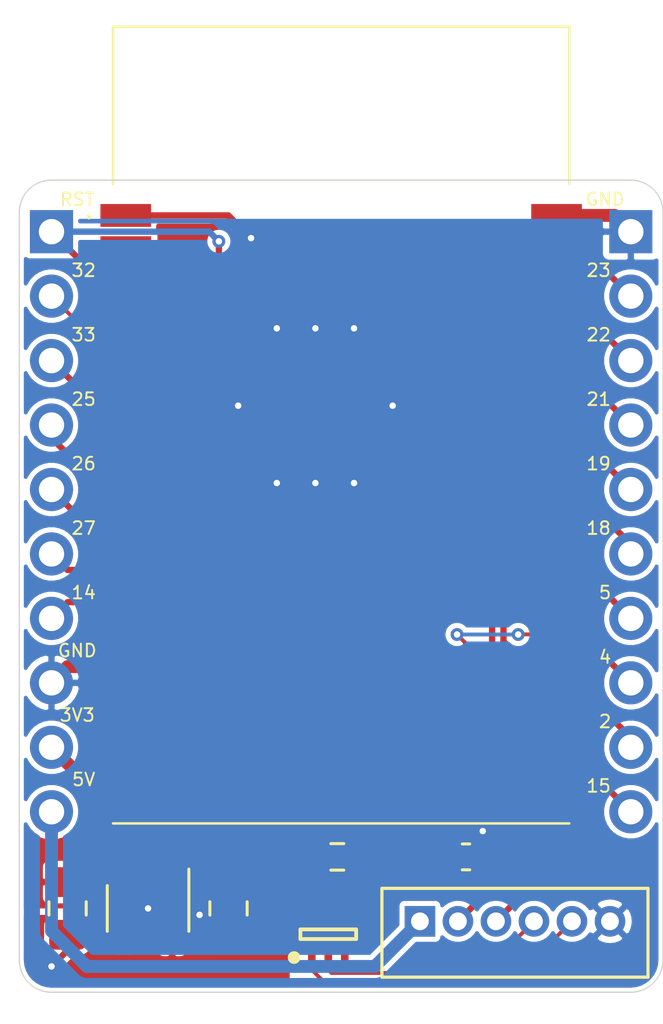
<source format=kicad_pcb>
(kicad_pcb (version 20171130) (host pcbnew 5.1.7-a382d34a8~88~ubuntu18.04.1)

  (general
    (thickness 1.6)
    (drawings 28)
    (tracks 153)
    (zones 0)
    (modules 10)
    (nets 41)
  )

  (page A4)
  (layers
    (0 F.Cu signal)
    (31 B.Cu signal hide)
    (32 B.Adhes user hide)
    (33 F.Adhes user hide)
    (34 B.Paste user hide)
    (35 F.Paste user hide)
    (36 B.SilkS user)
    (37 F.SilkS user)
    (38 B.Mask user hide)
    (39 F.Mask user hide)
    (40 Dwgs.User user hide)
    (41 Cmts.User user hide)
    (42 Eco1.User user hide)
    (43 Eco2.User user hide)
    (44 Edge.Cuts user)
    (45 Margin user hide)
    (46 B.CrtYd user hide)
    (47 F.CrtYd user hide)
    (48 B.Fab user hide)
    (49 F.Fab user hide)
  )

  (setup
    (last_trace_width 0.25)
    (user_trace_width 0.1524)
    (user_trace_width 0.508)
    (user_trace_width 0.762)
    (trace_clearance 0.2)
    (zone_clearance 0.1524)
    (zone_45_only no)
    (trace_min 0.1524)
    (via_size 0.8)
    (via_drill 0.4)
    (via_min_size 0.4)
    (via_min_drill 0.254)
    (user_via 0.508 0.254)
    (uvia_size 0.3)
    (uvia_drill 0.1)
    (uvias_allowed no)
    (uvia_min_size 0.2)
    (uvia_min_drill 0.1)
    (edge_width 0.05)
    (segment_width 0.2)
    (pcb_text_width 0.3)
    (pcb_text_size 1.5 1.5)
    (mod_edge_width 0.12)
    (mod_text_size 1 1)
    (mod_text_width 0.15)
    (pad_size 1.524 1.524)
    (pad_drill 0.762)
    (pad_to_mask_clearance 0)
    (aux_axis_origin 0 0)
    (grid_origin 38.608 35.814)
    (visible_elements FFFFFF7F)
    (pcbplotparams
      (layerselection 0x010fc_ffffffff)
      (usegerberextensions false)
      (usegerberattributes true)
      (usegerberadvancedattributes true)
      (creategerberjobfile true)
      (excludeedgelayer true)
      (linewidth 0.100000)
      (plotframeref false)
      (viasonmask false)
      (mode 1)
      (useauxorigin false)
      (hpglpennumber 1)
      (hpglpenspeed 20)
      (hpglpendiameter 15.000000)
      (psnegative false)
      (psa4output false)
      (plotreference true)
      (plotvalue true)
      (plotinvisibletext false)
      (padsonsilk false)
      (subtractmaskfromsilk false)
      (outputformat 1)
      (mirror false)
      (drillshape 1)
      (scaleselection 1)
      (outputdirectory ""))
  )

  (net 0 "")
  (net 1 GND)
  (net 2 +5V)
  (net 3 +3V3)
  (net 4 /RESET)
  (net 5 /GPIO23)
  (net 6 /GPIO22)
  (net 7 /TX)
  (net 8 /RX)
  (net 9 /GPIO21)
  (net 10 "Net-(IC1-Pad32)")
  (net 11 /GPIO19)
  (net 12 /GPIO18)
  (net 13 /GPIO5)
  (net 14 "Net-(IC1-Pad28)")
  (net 15 "Net-(IC1-Pad27)")
  (net 16 /GPIO4)
  (net 17 /GPIO0)
  (net 18 /GPIO15)
  (net 19 "Net-(IC1-Pad22)")
  (net 20 "Net-(IC1-Pad21)")
  (net 21 "Net-(IC1-Pad20)")
  (net 22 "Net-(IC1-Pad19)")
  (net 23 "Net-(IC1-Pad18)")
  (net 24 "Net-(IC1-Pad17)")
  (net 25 "Net-(IC1-Pad16)")
  (net 26 "Net-(IC1-Pad14)")
  (net 27 /GPIO14)
  (net 28 /GPIO27)
  (net 29 /GPIO26)
  (net 30 /GPIO25)
  (net 31 /GPIO33)
  (net 32 /GPIO32)
  (net 33 "Net-(IC1-Pad6)")
  (net 34 "Net-(IC1-Pad5)")
  (net 35 "Net-(IC1-Pad4)")
  (net 36 /DTR)
  (net 37 /RTS)
  (net 38 "Net-(U1-Pad4)")
  (net 39 /GPIO2)
  (net 40 "Net-(IC1-Pad7)")

  (net_class Default "This is the default net class."
    (clearance 0.2)
    (trace_width 0.25)
    (via_dia 0.8)
    (via_drill 0.4)
    (uvia_dia 0.3)
    (uvia_drill 0.1)
    (add_net +3V3)
    (add_net +5V)
    (add_net /DTR)
    (add_net /GPIO0)
    (add_net /GPIO14)
    (add_net /GPIO15)
    (add_net /GPIO18)
    (add_net /GPIO19)
    (add_net /GPIO2)
    (add_net /GPIO21)
    (add_net /GPIO22)
    (add_net /GPIO23)
    (add_net /GPIO25)
    (add_net /GPIO26)
    (add_net /GPIO27)
    (add_net /GPIO32)
    (add_net /GPIO33)
    (add_net /GPIO4)
    (add_net /GPIO5)
    (add_net /RESET)
    (add_net /RTS)
    (add_net /RX)
    (add_net /TX)
    (add_net GND)
    (add_net "Net-(IC1-Pad14)")
    (add_net "Net-(IC1-Pad16)")
    (add_net "Net-(IC1-Pad17)")
    (add_net "Net-(IC1-Pad18)")
    (add_net "Net-(IC1-Pad19)")
    (add_net "Net-(IC1-Pad20)")
    (add_net "Net-(IC1-Pad21)")
    (add_net "Net-(IC1-Pad22)")
    (add_net "Net-(IC1-Pad27)")
    (add_net "Net-(IC1-Pad28)")
    (add_net "Net-(IC1-Pad32)")
    (add_net "Net-(IC1-Pad4)")
    (add_net "Net-(IC1-Pad5)")
    (add_net "Net-(IC1-Pad6)")
    (add_net "Net-(IC1-Pad7)")
    (add_net "Net-(U1-Pad4)")
  )

  (module "B6B-ZR(LF)(SN):JST_B6B-ZR(LF)(SN)" (layer F.Cu) (tedit 5FEB46F9) (tstamp 5FEA68D8)
    (at 56.896 62.992 180)
    (descr "<b>Dual In Line Package</b>")
    (path /5FE8BD4D)
    (fp_text reference J1 (at -1.51593 -3.9307 180) (layer F.SilkS) hide
      (effects (font (size 1.000283 1.000283) (thickness 0.015)))
    )
    (fp_text value Conn_01x06_Male (at 6.74809 2.40393 180) (layer F.Fab)
      (effects (font (size 1.001213 1.001213) (thickness 0.015)))
    )
    (fp_line (start 5.25 -2.2) (end -5.25 -2.2) (layer F.Fab) (width 0.127))
    (fp_line (start -5.25 -2.2) (end -5.25 1.3) (layer F.Fab) (width 0.127))
    (fp_line (start -5.25 1.3) (end 5.25 1.3) (layer F.Fab) (width 0.127))
    (fp_line (start 5.25 1.3) (end 5.25 -2.2) (layer F.Fab) (width 0.127))
    (fp_line (start 5.25 1.3) (end 5.25 -2.2) (layer F.SilkS) (width 0.127))
    (fp_line (start -5.25 -2.2) (end -5.25 1.3) (layer F.SilkS) (width 0.127))
    (fp_line (start 5.5 -2.45) (end -5.5 -2.45) (layer F.CrtYd) (width 0.05))
    (fp_line (start -5.5 -2.45) (end -5.5 1.55) (layer F.CrtYd) (width 0.05))
    (fp_line (start -5.5 1.55) (end 5.5 1.55) (layer F.CrtYd) (width 0.05))
    (fp_line (start 5.5 1.55) (end 5.5 -2.45) (layer F.CrtYd) (width 0.05))
    (fp_line (start 5.25 -2.2) (end -5.25 -2.2) (layer F.SilkS) (width 0.127))
    (fp_line (start 5.25 1.3) (end -5.25 1.3) (layer F.SilkS) (width 0.127))
    (pad 5 thru_hole circle (at -2.25 0 180) (size 1.208 1.208) (drill 0.7) (layers *.Cu *.Mask)
      (net 37 /RTS))
    (pad 6 thru_hole circle (at -3.75 0 180) (size 1.208 1.208) (drill 0.7) (layers *.Cu *.Mask)
      (net 1 GND))
    (pad 4 thru_hole circle (at -0.75 0 180) (size 1.208 1.208) (drill 0.7) (layers *.Cu *.Mask)
      (net 36 /DTR))
    (pad 3 thru_hole circle (at 0.75 0 180) (size 1.208 1.208) (drill 0.7) (layers *.Cu *.Mask)
      (net 8 /RX))
    (pad 2 thru_hole circle (at 2.25 0 180) (size 1.208 1.208) (drill 0.7) (layers *.Cu *.Mask)
      (net 7 /TX))
    (pad 1 thru_hole rect (at 3.75 0 180) (size 1.208 1.208) (drill 0.7) (layers *.Cu *.Mask)
      (net 2 +5V))
  )

  (module ESP32-WROVER-E:ESP32WROVEREM213EH6464PH3Q0 (layer F.Cu) (tedit 0) (tstamp 5FEA68BF)
    (at 50.038 43.434)
    (descr "ESP32-WROVER-E(M213EH6464PH3Q0)-1")
    (tags "Integrated Circuit")
    (path /5FE6A6FF)
    (attr smd)
    (fp_text reference IC1 (at -0.25 0) (layer F.SilkS) hide
      (effects (font (size 1.27 1.27) (thickness 0.254)))
    )
    (fp_text value ESP32-WROVER-E_M213EH6464PH3Q0_ (at -0.25 0) (layer F.SilkS) hide
      (effects (font (size 1.27 1.27) (thickness 0.254)))
    )
    (fp_arc (start -9.95 -8.2) (end -9.9 -8.2) (angle -180) (layer F.SilkS) (width 0.1))
    (fp_arc (start -9.95 -8.2) (end -10 -8.2) (angle -180) (layer F.SilkS) (width 0.1))
    (fp_text user %R (at -0.25 0) (layer F.Fab)
      (effects (font (size 1.27 1.27) (thickness 0.254)))
    )
    (fp_line (start -9 -15.7) (end 9 -15.7) (layer F.Fab) (width 0.2))
    (fp_line (start 9 -15.7) (end 9 15.7) (layer F.Fab) (width 0.2))
    (fp_line (start 9 15.7) (end -9 15.7) (layer F.Fab) (width 0.2))
    (fp_line (start -9 15.7) (end -9 -15.7) (layer F.Fab) (width 0.2))
    (fp_line (start -11 -16.7) (end 10.5 -16.7) (layer F.CrtYd) (width 0.1))
    (fp_line (start 10.5 -16.7) (end 10.5 16.7) (layer F.CrtYd) (width 0.1))
    (fp_line (start 10.5 16.7) (end -11 16.7) (layer F.CrtYd) (width 0.1))
    (fp_line (start -11 16.7) (end -11 -16.7) (layer F.CrtYd) (width 0.1))
    (fp_line (start -9 15.7) (end 9 15.7) (layer F.SilkS) (width 0.1))
    (fp_line (start -9 -9.5) (end -9 -15.7) (layer F.SilkS) (width 0.1))
    (fp_line (start -9 -15.7) (end 9 -15.7) (layer F.SilkS) (width 0.1))
    (fp_line (start 9 -15.7) (end 9 -9.5) (layer F.SilkS) (width 0.1))
    (fp_line (start -10 -8.2) (end -10 -8.2) (layer F.SilkS) (width 0.1))
    (fp_line (start -9.9 -8.2) (end -9.9 -8.2) (layer F.SilkS) (width 0.1))
    (pad 47 smd rect (at -1 -2.595 90) (size 1.33 1.33) (layers F.Cu F.Paste F.Mask)
      (net 1 GND))
    (pad 46 smd rect (at 0.835 -2.595 90) (size 1.33 1.33) (layers F.Cu F.Paste F.Mask)
      (net 1 GND))
    (pad 45 smd rect (at 0.835 -0.76 90) (size 1.33 1.33) (layers F.Cu F.Paste F.Mask)
      (net 1 GND))
    (pad 44 smd rect (at 0.835 1.075 90) (size 1.33 1.33) (layers F.Cu F.Paste F.Mask)
      (net 1 GND))
    (pad 43 smd rect (at -1 1.075 90) (size 1.33 1.33) (layers F.Cu F.Paste F.Mask)
      (net 1 GND))
    (pad 42 smd rect (at -2.835 1.075 90) (size 1.33 1.33) (layers F.Cu F.Paste F.Mask)
      (net 1 GND))
    (pad 41 smd rect (at -2.835 -0.76 90) (size 1.33 1.33) (layers F.Cu F.Paste F.Mask)
      (net 1 GND))
    (pad 40 smd rect (at -2.835 -2.595 90) (size 1.33 1.33) (layers F.Cu F.Paste F.Mask)
      (net 1 GND))
    (pad 39 smd rect (at -1 -0.76 90) (size 1.33 1.33) (layers F.Cu F.Paste F.Mask)
      (net 1 GND))
    (pad 38 smd rect (at 8.5 -8.26 90) (size 0.9 2) (layers F.Cu F.Paste F.Mask)
      (net 1 GND))
    (pad 37 smd rect (at 8.5 -6.99 90) (size 0.9 2) (layers F.Cu F.Paste F.Mask)
      (net 5 /GPIO23))
    (pad 36 smd rect (at 8.5 -5.72 90) (size 0.9 2) (layers F.Cu F.Paste F.Mask)
      (net 6 /GPIO22))
    (pad 35 smd rect (at 8.5 -4.45 90) (size 0.9 2) (layers F.Cu F.Paste F.Mask)
      (net 7 /TX))
    (pad 34 smd rect (at 8.5 -3.18 90) (size 0.9 2) (layers F.Cu F.Paste F.Mask)
      (net 8 /RX))
    (pad 33 smd rect (at 8.5 -1.91 90) (size 0.9 2) (layers F.Cu F.Paste F.Mask)
      (net 9 /GPIO21))
    (pad 32 smd rect (at 8.5 -0.64 90) (size 0.9 2) (layers F.Cu F.Paste F.Mask)
      (net 10 "Net-(IC1-Pad32)"))
    (pad 31 smd rect (at 8.5 0.63 90) (size 0.9 2) (layers F.Cu F.Paste F.Mask)
      (net 11 /GPIO19))
    (pad 30 smd rect (at 8.5 1.9 90) (size 0.9 2) (layers F.Cu F.Paste F.Mask)
      (net 12 /GPIO18))
    (pad 29 smd rect (at 8.5 3.17 90) (size 0.9 2) (layers F.Cu F.Paste F.Mask)
      (net 13 /GPIO5))
    (pad 28 smd rect (at 8.5 4.44 90) (size 0.9 2) (layers F.Cu F.Paste F.Mask)
      (net 14 "Net-(IC1-Pad28)"))
    (pad 27 smd rect (at 8.5 5.71 90) (size 0.9 2) (layers F.Cu F.Paste F.Mask)
      (net 15 "Net-(IC1-Pad27)"))
    (pad 26 smd rect (at 8.5 6.98 90) (size 0.9 2) (layers F.Cu F.Paste F.Mask)
      (net 16 /GPIO4))
    (pad 25 smd rect (at 8.5 8.25 90) (size 0.9 2) (layers F.Cu F.Paste F.Mask)
      (net 17 /GPIO0))
    (pad 24 smd rect (at 8.5 9.52 90) (size 0.9 2) (layers F.Cu F.Paste F.Mask)
      (net 39 /GPIO2))
    (pad 23 smd rect (at 8.5 10.79 90) (size 0.9 2) (layers F.Cu F.Paste F.Mask)
      (net 18 /GPIO15))
    (pad 22 smd rect (at 8.5 12.06 90) (size 0.9 2) (layers F.Cu F.Paste F.Mask)
      (net 19 "Net-(IC1-Pad22)"))
    (pad 21 smd rect (at 8.5 13.33 90) (size 0.9 2) (layers F.Cu F.Paste F.Mask)
      (net 20 "Net-(IC1-Pad21)"))
    (pad 20 smd rect (at 8.5 14.6 90) (size 0.9 2) (layers F.Cu F.Paste F.Mask)
      (net 21 "Net-(IC1-Pad20)"))
    (pad 19 smd rect (at -8.5 14.6 90) (size 0.9 2) (layers F.Cu F.Paste F.Mask)
      (net 22 "Net-(IC1-Pad19)"))
    (pad 18 smd rect (at -8.5 13.33 90) (size 0.9 2) (layers F.Cu F.Paste F.Mask)
      (net 23 "Net-(IC1-Pad18)"))
    (pad 17 smd rect (at -8.5 12.06 90) (size 0.9 2) (layers F.Cu F.Paste F.Mask)
      (net 24 "Net-(IC1-Pad17)"))
    (pad 16 smd rect (at -8.5 10.79 90) (size 0.9 2) (layers F.Cu F.Paste F.Mask)
      (net 25 "Net-(IC1-Pad16)"))
    (pad 15 smd rect (at -8.5 9.52 90) (size 0.9 2) (layers F.Cu F.Paste F.Mask)
      (net 1 GND))
    (pad 14 smd rect (at -8.5 8.25 90) (size 0.9 2) (layers F.Cu F.Paste F.Mask)
      (net 26 "Net-(IC1-Pad14)"))
    (pad 13 smd rect (at -8.5 6.98 90) (size 0.9 2) (layers F.Cu F.Paste F.Mask)
      (net 27 /GPIO14))
    (pad 12 smd rect (at -8.5 5.71 90) (size 0.9 2) (layers F.Cu F.Paste F.Mask)
      (net 28 /GPIO27))
    (pad 11 smd rect (at -8.5 4.44 90) (size 0.9 2) (layers F.Cu F.Paste F.Mask)
      (net 29 /GPIO26))
    (pad 10 smd rect (at -8.5 3.17 90) (size 0.9 2) (layers F.Cu F.Paste F.Mask)
      (net 30 /GPIO25))
    (pad 9 smd rect (at -8.5 1.9 90) (size 0.9 2) (layers F.Cu F.Paste F.Mask)
      (net 31 /GPIO33))
    (pad 8 smd rect (at -8.5 0.63 90) (size 0.9 2) (layers F.Cu F.Paste F.Mask)
      (net 32 /GPIO32))
    (pad 7 smd rect (at -8.5 -0.64 90) (size 0.9 2) (layers F.Cu F.Paste F.Mask)
      (net 40 "Net-(IC1-Pad7)"))
    (pad 6 smd rect (at -8.5 -1.91 90) (size 0.9 2) (layers F.Cu F.Paste F.Mask)
      (net 33 "Net-(IC1-Pad6)"))
    (pad 5 smd rect (at -8.5 -3.18 90) (size 0.9 2) (layers F.Cu F.Paste F.Mask)
      (net 34 "Net-(IC1-Pad5)"))
    (pad 4 smd rect (at -8.5 -4.45 90) (size 0.9 2) (layers F.Cu F.Paste F.Mask)
      (net 35 "Net-(IC1-Pad4)"))
    (pad 3 smd rect (at -8.5 -5.72 90) (size 0.9 2) (layers F.Cu F.Paste F.Mask)
      (net 4 /RESET))
    (pad 2 smd rect (at -8.5 -6.99 90) (size 0.9 2) (layers F.Cu F.Paste F.Mask)
      (net 3 +3V3))
    (pad 1 smd rect (at -8.5 -8.26 90) (size 0.9 2) (layers F.Cu F.Paste F.Mask)
      (net 1 GND))
    (model ESP32-WROVER-E_M213EH6464PH3Q0_.stp
      (at (xyz 0 0 0))
      (scale (xyz 1 1 1))
      (rotate (xyz 0 0 0))
    )
  )

  (module Resistor_SMD:R_0603_1608Metric_Pad0.98x0.95mm_HandSolder (layer F.Cu) (tedit 5F68FEEE) (tstamp 5FEB3760)
    (at 49.8875 60.452)
    (descr "Resistor SMD 0603 (1608 Metric), square (rectangular) end terminal, IPC_7351 nominal with elongated pad for handsoldering. (Body size source: IPC-SM-782 page 72, https://www.pcb-3d.com/wordpress/wp-content/uploads/ipc-sm-782a_amendment_1_and_2.pdf), generated with kicad-footprint-generator")
    (tags "resistor handsolder")
    (path /603451B9)
    (attr smd)
    (fp_text reference R1 (at 0 -1.43) (layer F.SilkS) hide
      (effects (font (size 1 1) (thickness 0.15)))
    )
    (fp_text value 10k (at 0 1.43) (layer F.Fab)
      (effects (font (size 1 1) (thickness 0.15)))
    )
    (fp_text user %R (at 0 0) (layer F.Fab)
      (effects (font (size 0.4 0.4) (thickness 0.06)))
    )
    (fp_line (start -0.8 0.4125) (end -0.8 -0.4125) (layer F.Fab) (width 0.1))
    (fp_line (start -0.8 -0.4125) (end 0.8 -0.4125) (layer F.Fab) (width 0.1))
    (fp_line (start 0.8 -0.4125) (end 0.8 0.4125) (layer F.Fab) (width 0.1))
    (fp_line (start 0.8 0.4125) (end -0.8 0.4125) (layer F.Fab) (width 0.1))
    (fp_line (start -0.254724 -0.5225) (end 0.254724 -0.5225) (layer F.SilkS) (width 0.12))
    (fp_line (start -0.254724 0.5225) (end 0.254724 0.5225) (layer F.SilkS) (width 0.12))
    (fp_line (start -1.65 0.73) (end -1.65 -0.73) (layer F.CrtYd) (width 0.05))
    (fp_line (start -1.65 -0.73) (end 1.65 -0.73) (layer F.CrtYd) (width 0.05))
    (fp_line (start 1.65 -0.73) (end 1.65 0.73) (layer F.CrtYd) (width 0.05))
    (fp_line (start 1.65 0.73) (end -1.65 0.73) (layer F.CrtYd) (width 0.05))
    (pad 2 smd roundrect (at 0.9125 0) (size 0.975 0.95) (layers F.Cu F.Paste F.Mask) (roundrect_rratio 0.25)
      (net 4 /RESET))
    (pad 1 smd roundrect (at -0.9125 0) (size 0.975 0.95) (layers F.Cu F.Paste F.Mask) (roundrect_rratio 0.25)
      (net 3 +3V3))
    (model ${KISYS3DMOD}/Resistor_SMD.3dshapes/R_0603_1608Metric.wrl
      (at (xyz 0 0 0))
      (scale (xyz 1 1 1))
      (rotate (xyz 0 0 0))
    )
  )

  (module Connector_PinHeader_2.54mm:PinHeader_1x10_P2.54mm_Vertical (layer B.Cu) (tedit 5FEA2212) (tstamp 5FEA68F6)
    (at 38.608 35.814 180)
    (descr "Through hole straight pin header, 1x10, 2.54mm pitch, single row")
    (tags "Through hole pin header THT 1x10 2.54mm single row")
    (path /5FE8CA6B)
    (fp_text reference J2 (at 0 2.33 180) (layer B.SilkS) hide
      (effects (font (size 1 1) (thickness 0.15)) (justify mirror))
    )
    (fp_text value Conn_01x10_Male (at 0 -25.19 180) (layer B.Fab)
      (effects (font (size 1 1) (thickness 0.15)) (justify mirror))
    )
    (fp_text user %R (at 0 -11.43 90) (layer B.Fab)
      (effects (font (size 1 1) (thickness 0.15)) (justify mirror))
    )
    (fp_line (start -0.635 1.27) (end 1.27 1.27) (layer B.Fab) (width 0.1))
    (fp_line (start 1.27 1.27) (end 1.27 -24.13) (layer B.Fab) (width 0.1))
    (fp_line (start 1.27 -24.13) (end -1.27 -24.13) (layer B.Fab) (width 0.1))
    (fp_line (start -1.27 -24.13) (end -1.27 0.635) (layer B.Fab) (width 0.1))
    (fp_line (start -1.27 0.635) (end -0.635 1.27) (layer B.Fab) (width 0.1))
    (fp_line (start -1.8 1.8) (end -1.8 -24.65) (layer B.CrtYd) (width 0.05))
    (fp_line (start -1.8 -24.65) (end 1.8 -24.65) (layer B.CrtYd) (width 0.05))
    (fp_line (start 1.8 -24.65) (end 1.8 1.8) (layer B.CrtYd) (width 0.05))
    (fp_line (start 1.8 1.8) (end -1.8 1.8) (layer B.CrtYd) (width 0.05))
    (pad 10 thru_hole oval (at 0 -22.86 180) (size 1.7 1.7) (drill 1) (layers *.Cu *.Mask)
      (net 2 +5V))
    (pad 9 thru_hole oval (at 0 -20.32 180) (size 1.7 1.7) (drill 1) (layers *.Cu *.Mask)
      (net 3 +3V3))
    (pad 8 thru_hole oval (at 0 -17.78 180) (size 1.7 1.7) (drill 1) (layers *.Cu *.Mask)
      (net 1 GND))
    (pad 7 thru_hole oval (at 0 -15.24 180) (size 1.7 1.7) (drill 1) (layers *.Cu *.Mask)
      (net 27 /GPIO14))
    (pad 6 thru_hole oval (at 0 -12.7 180) (size 1.7 1.7) (drill 1) (layers *.Cu *.Mask)
      (net 28 /GPIO27))
    (pad 5 thru_hole oval (at 0 -10.16 180) (size 1.7 1.7) (drill 1) (layers *.Cu *.Mask)
      (net 29 /GPIO26))
    (pad 4 thru_hole oval (at 0 -7.62 180) (size 1.7 1.7) (drill 1) (layers *.Cu *.Mask)
      (net 30 /GPIO25))
    (pad 3 thru_hole oval (at 0 -5.08 180) (size 1.7 1.7) (drill 1) (layers *.Cu *.Mask)
      (net 31 /GPIO33))
    (pad 2 thru_hole oval (at 0 -2.54 180) (size 1.7 1.7) (drill 1) (layers *.Cu *.Mask)
      (net 32 /GPIO32))
    (pad 1 thru_hole rect (at 0 0 180) (size 1.7 1.7) (drill 1) (layers *.Cu *.Mask)
      (net 4 /RESET))
    (model ${KISYS3DMOD}/Connector_PinHeader_2.54mm.3dshapes/PinHeader_1x10_P2.54mm_Vertical.wrl
      (at (xyz 0 0 0))
      (scale (xyz 1 1 1))
      (rotate (xyz 0 0 0))
    )
  )

  (module Connector_PinHeader_2.54mm:PinHeader_1x10_P2.54mm_Vertical (layer B.Cu) (tedit 5FEA21F8) (tstamp 5FEA6914)
    (at 61.468 35.814 180)
    (descr "Through hole straight pin header, 1x10, 2.54mm pitch, single row")
    (tags "Through hole pin header THT 1x10 2.54mm single row")
    (path /5FE8D4C8)
    (fp_text reference J3 (at 0 2.33 180) (layer B.SilkS) hide
      (effects (font (size 1 1) (thickness 0.15)) (justify mirror))
    )
    (fp_text value Conn_01x10_Male (at 0 -25.19 180) (layer B.Fab)
      (effects (font (size 1 1) (thickness 0.15)) (justify mirror))
    )
    (fp_text user %R (at 0 -11.43 90) (layer B.Fab)
      (effects (font (size 1 1) (thickness 0.15)) (justify mirror))
    )
    (fp_line (start -0.635 1.27) (end 1.27 1.27) (layer B.Fab) (width 0.1))
    (fp_line (start 1.27 1.27) (end 1.27 -24.13) (layer B.Fab) (width 0.1))
    (fp_line (start 1.27 -24.13) (end -1.27 -24.13) (layer B.Fab) (width 0.1))
    (fp_line (start -1.27 -24.13) (end -1.27 0.635) (layer B.Fab) (width 0.1))
    (fp_line (start -1.27 0.635) (end -0.635 1.27) (layer B.Fab) (width 0.1))
    (fp_line (start -1.8 1.8) (end -1.8 -24.65) (layer B.CrtYd) (width 0.05))
    (fp_line (start -1.8 -24.65) (end 1.8 -24.65) (layer B.CrtYd) (width 0.05))
    (fp_line (start 1.8 -24.65) (end 1.8 1.8) (layer B.CrtYd) (width 0.05))
    (fp_line (start 1.8 1.8) (end -1.8 1.8) (layer B.CrtYd) (width 0.05))
    (pad 10 thru_hole oval (at 0 -22.86 180) (size 1.7 1.7) (drill 1) (layers *.Cu *.Mask)
      (net 18 /GPIO15))
    (pad 9 thru_hole oval (at 0 -20.32 180) (size 1.7 1.7) (drill 1) (layers *.Cu *.Mask)
      (net 39 /GPIO2))
    (pad 8 thru_hole oval (at 0 -17.78 180) (size 1.7 1.7) (drill 1) (layers *.Cu *.Mask)
      (net 16 /GPIO4))
    (pad 7 thru_hole oval (at 0 -15.24 180) (size 1.7 1.7) (drill 1) (layers *.Cu *.Mask)
      (net 13 /GPIO5))
    (pad 6 thru_hole oval (at 0 -12.7 180) (size 1.7 1.7) (drill 1) (layers *.Cu *.Mask)
      (net 12 /GPIO18))
    (pad 5 thru_hole oval (at 0 -10.16 180) (size 1.7 1.7) (drill 1) (layers *.Cu *.Mask)
      (net 11 /GPIO19))
    (pad 4 thru_hole oval (at 0 -7.62 180) (size 1.7 1.7) (drill 1) (layers *.Cu *.Mask)
      (net 9 /GPIO21))
    (pad 3 thru_hole oval (at 0 -5.08 180) (size 1.7 1.7) (drill 1) (layers *.Cu *.Mask)
      (net 6 /GPIO22))
    (pad 2 thru_hole oval (at 0 -2.54 180) (size 1.7 1.7) (drill 1) (layers *.Cu *.Mask)
      (net 5 /GPIO23))
    (pad 1 thru_hole rect (at 0 0 180) (size 1.7 1.7) (drill 1) (layers *.Cu *.Mask)
      (net 1 GND))
    (model ${KISYS3DMOD}/Connector_PinHeader_2.54mm.3dshapes/PinHeader_1x10_P2.54mm_Vertical.wrl
      (at (xyz 0 0 0))
      (scale (xyz 1 1 1))
      (rotate (xyz 0 0 0))
    )
  )

  (module Package_TO_SOT_SMD:SOT-23-5 (layer F.Cu) (tedit 5A02FF57) (tstamp 5FEA6941)
    (at 42.418 62.484 270)
    (descr "5-pin SOT23 package")
    (tags SOT-23-5)
    (path /5FE8C427)
    (attr smd)
    (fp_text reference U1 (at 0 -2.9 90) (layer F.SilkS) hide
      (effects (font (size 1 1) (thickness 0.15)))
    )
    (fp_text value XC6220B331MR (at 0 2.9 90) (layer F.Fab)
      (effects (font (size 1 1) (thickness 0.15)))
    )
    (fp_text user %R (at 0 0) (layer F.Fab)
      (effects (font (size 0.5 0.5) (thickness 0.075)))
    )
    (fp_line (start -0.9 1.61) (end 0.9 1.61) (layer F.SilkS) (width 0.12))
    (fp_line (start 0.9 -1.61) (end -1.55 -1.61) (layer F.SilkS) (width 0.12))
    (fp_line (start -1.9 -1.8) (end 1.9 -1.8) (layer F.CrtYd) (width 0.05))
    (fp_line (start 1.9 -1.8) (end 1.9 1.8) (layer F.CrtYd) (width 0.05))
    (fp_line (start 1.9 1.8) (end -1.9 1.8) (layer F.CrtYd) (width 0.05))
    (fp_line (start -1.9 1.8) (end -1.9 -1.8) (layer F.CrtYd) (width 0.05))
    (fp_line (start -0.9 -0.9) (end -0.25 -1.55) (layer F.Fab) (width 0.1))
    (fp_line (start 0.9 -1.55) (end -0.25 -1.55) (layer F.Fab) (width 0.1))
    (fp_line (start -0.9 -0.9) (end -0.9 1.55) (layer F.Fab) (width 0.1))
    (fp_line (start 0.9 1.55) (end -0.9 1.55) (layer F.Fab) (width 0.1))
    (fp_line (start 0.9 -1.55) (end 0.9 1.55) (layer F.Fab) (width 0.1))
    (pad 5 smd rect (at 1.1 -0.95 270) (size 1.06 0.65) (layers F.Cu F.Paste F.Mask)
      (net 3 +3V3))
    (pad 4 smd rect (at 1.1 0.95 270) (size 1.06 0.65) (layers F.Cu F.Paste F.Mask)
      (net 38 "Net-(U1-Pad4)"))
    (pad 3 smd rect (at -1.1 0.95 270) (size 1.06 0.65) (layers F.Cu F.Paste F.Mask)
      (net 2 +5V))
    (pad 2 smd rect (at -1.1 0 270) (size 1.06 0.65) (layers F.Cu F.Paste F.Mask)
      (net 1 GND))
    (pad 1 smd rect (at -1.1 -0.95 270) (size 1.06 0.65) (layers F.Cu F.Paste F.Mask)
      (net 2 +5V))
    (model ${KISYS3DMOD}/Package_TO_SOT_SMD.3dshapes/SOT-23-5.wrl
      (at (xyz 0 0 0))
      (scale (xyz 1 1 1))
      (rotate (xyz 0 0 0))
    )
  )

  (module Capacitor_SMD:C_0805_2012Metric_Pad1.18x1.45mm_HandSolder (layer F.Cu) (tedit 5F68FEEF) (tstamp 5FEA687B)
    (at 45.593 62.484 270)
    (descr "Capacitor SMD 0805 (2012 Metric), square (rectangular) end terminal, IPC_7351 nominal with elongated pad for handsoldering. (Body size source: IPC-SM-782 page 76, https://www.pcb-3d.com/wordpress/wp-content/uploads/ipc-sm-782a_amendment_1_and_2.pdf, https://docs.google.com/spreadsheets/d/1BsfQQcO9C6DZCsRaXUlFlo91Tg2WpOkGARC1WS5S8t0/edit?usp=sharing), generated with kicad-footprint-generator")
    (tags "capacitor handsolder")
    (path /5FFB2B3F)
    (attr smd)
    (fp_text reference C4 (at 0 -1.68 90) (layer F.SilkS) hide
      (effects (font (size 1 1) (thickness 0.15)))
    )
    (fp_text value 10uF (at 0 1.68 90) (layer F.Fab)
      (effects (font (size 1 1) (thickness 0.15)))
    )
    (fp_text user %R (at 0 0 90) (layer F.Fab)
      (effects (font (size 0.5 0.5) (thickness 0.08)))
    )
    (fp_line (start -1 0.625) (end -1 -0.625) (layer F.Fab) (width 0.1))
    (fp_line (start -1 -0.625) (end 1 -0.625) (layer F.Fab) (width 0.1))
    (fp_line (start 1 -0.625) (end 1 0.625) (layer F.Fab) (width 0.1))
    (fp_line (start 1 0.625) (end -1 0.625) (layer F.Fab) (width 0.1))
    (fp_line (start -0.261252 -0.735) (end 0.261252 -0.735) (layer F.SilkS) (width 0.12))
    (fp_line (start -0.261252 0.735) (end 0.261252 0.735) (layer F.SilkS) (width 0.12))
    (fp_line (start -1.88 0.98) (end -1.88 -0.98) (layer F.CrtYd) (width 0.05))
    (fp_line (start -1.88 -0.98) (end 1.88 -0.98) (layer F.CrtYd) (width 0.05))
    (fp_line (start 1.88 -0.98) (end 1.88 0.98) (layer F.CrtYd) (width 0.05))
    (fp_line (start 1.88 0.98) (end -1.88 0.98) (layer F.CrtYd) (width 0.05))
    (pad 2 smd roundrect (at 1.0375 0 270) (size 1.175 1.45) (layers F.Cu F.Paste F.Mask) (roundrect_rratio 0.212766)
      (net 1 GND))
    (pad 1 smd roundrect (at -1.0375 0 270) (size 1.175 1.45) (layers F.Cu F.Paste F.Mask) (roundrect_rratio 0.212766)
      (net 3 +3V3))
    (model ${KISYS3DMOD}/Capacitor_SMD.3dshapes/C_0805_2012Metric.wrl
      (at (xyz 0 0 0))
      (scale (xyz 1 1 1))
      (rotate (xyz 0 0 0))
    )
  )

  (module Capacitor_SMD:C_0603_1608Metric_Pad1.08x0.95mm_HandSolder (layer F.Cu) (tedit 5F68FEEF) (tstamp 5FEA686A)
    (at 54.9645 60.452)
    (descr "Capacitor SMD 0603 (1608 Metric), square (rectangular) end terminal, IPC_7351 nominal with elongated pad for handsoldering. (Body size source: IPC-SM-782 page 76, https://www.pcb-3d.com/wordpress/wp-content/uploads/ipc-sm-782a_amendment_1_and_2.pdf), generated with kicad-footprint-generator")
    (tags "capacitor handsolder")
    (path /5FF3A196)
    (attr smd)
    (fp_text reference C3 (at 0 -1.43) (layer F.SilkS) hide
      (effects (font (size 1 1) (thickness 0.15)))
    )
    (fp_text value 0.1uF (at 0 1.43) (layer F.Fab)
      (effects (font (size 1 1) (thickness 0.15)))
    )
    (fp_text user %R (at 0 0) (layer F.Fab)
      (effects (font (size 0.4 0.4) (thickness 0.06)))
    )
    (fp_line (start -0.8 0.4) (end -0.8 -0.4) (layer F.Fab) (width 0.1))
    (fp_line (start -0.8 -0.4) (end 0.8 -0.4) (layer F.Fab) (width 0.1))
    (fp_line (start 0.8 -0.4) (end 0.8 0.4) (layer F.Fab) (width 0.1))
    (fp_line (start 0.8 0.4) (end -0.8 0.4) (layer F.Fab) (width 0.1))
    (fp_line (start -0.146267 -0.51) (end 0.146267 -0.51) (layer F.SilkS) (width 0.12))
    (fp_line (start -0.146267 0.51) (end 0.146267 0.51) (layer F.SilkS) (width 0.12))
    (fp_line (start -1.65 0.73) (end -1.65 -0.73) (layer F.CrtYd) (width 0.05))
    (fp_line (start -1.65 -0.73) (end 1.65 -0.73) (layer F.CrtYd) (width 0.05))
    (fp_line (start 1.65 -0.73) (end 1.65 0.73) (layer F.CrtYd) (width 0.05))
    (fp_line (start 1.65 0.73) (end -1.65 0.73) (layer F.CrtYd) (width 0.05))
    (pad 2 smd roundrect (at 0.8625 0) (size 1.075 0.95) (layers F.Cu F.Paste F.Mask) (roundrect_rratio 0.25)
      (net 1 GND))
    (pad 1 smd roundrect (at -0.8625 0) (size 1.075 0.95) (layers F.Cu F.Paste F.Mask) (roundrect_rratio 0.25)
      (net 4 /RESET))
    (model ${KISYS3DMOD}/Capacitor_SMD.3dshapes/C_0603_1608Metric.wrl
      (at (xyz 0 0 0))
      (scale (xyz 1 1 1))
      (rotate (xyz 0 0 0))
    )
  )

  (module Capacitor_SMD:C_0805_2012Metric_Pad1.18x1.45mm_HandSolder (layer F.Cu) (tedit 5F68FEEF) (tstamp 5FEA6848)
    (at 39.243 62.484 270)
    (descr "Capacitor SMD 0805 (2012 Metric), square (rectangular) end terminal, IPC_7351 nominal with elongated pad for handsoldering. (Body size source: IPC-SM-782 page 76, https://www.pcb-3d.com/wordpress/wp-content/uploads/ipc-sm-782a_amendment_1_and_2.pdf, https://docs.google.com/spreadsheets/d/1BsfQQcO9C6DZCsRaXUlFlo91Tg2WpOkGARC1WS5S8t0/edit?usp=sharing), generated with kicad-footprint-generator")
    (tags "capacitor handsolder")
    (path /5FFB1EE5)
    (attr smd)
    (fp_text reference C1 (at 0 -1.68 90) (layer F.SilkS) hide
      (effects (font (size 1 1) (thickness 0.15)))
    )
    (fp_text value 10uF (at 0 1.68 90) (layer F.Fab)
      (effects (font (size 1 1) (thickness 0.15)))
    )
    (fp_text user %R (at 0 0 90) (layer F.Fab)
      (effects (font (size 0.5 0.5) (thickness 0.08)))
    )
    (fp_line (start -1 0.625) (end -1 -0.625) (layer F.Fab) (width 0.1))
    (fp_line (start -1 -0.625) (end 1 -0.625) (layer F.Fab) (width 0.1))
    (fp_line (start 1 -0.625) (end 1 0.625) (layer F.Fab) (width 0.1))
    (fp_line (start 1 0.625) (end -1 0.625) (layer F.Fab) (width 0.1))
    (fp_line (start -0.261252 -0.735) (end 0.261252 -0.735) (layer F.SilkS) (width 0.12))
    (fp_line (start -0.261252 0.735) (end 0.261252 0.735) (layer F.SilkS) (width 0.12))
    (fp_line (start -1.88 0.98) (end -1.88 -0.98) (layer F.CrtYd) (width 0.05))
    (fp_line (start -1.88 -0.98) (end 1.88 -0.98) (layer F.CrtYd) (width 0.05))
    (fp_line (start 1.88 -0.98) (end 1.88 0.98) (layer F.CrtYd) (width 0.05))
    (fp_line (start 1.88 0.98) (end -1.88 0.98) (layer F.CrtYd) (width 0.05))
    (pad 2 smd roundrect (at 1.0375 0 270) (size 1.175 1.45) (layers F.Cu F.Paste F.Mask) (roundrect_rratio 0.212766)
      (net 1 GND))
    (pad 1 smd roundrect (at -1.0375 0 270) (size 1.175 1.45) (layers F.Cu F.Paste F.Mask) (roundrect_rratio 0.212766)
      (net 2 +5V))
    (model ${KISYS3DMOD}/Capacitor_SMD.3dshapes/C_0805_2012Metric.wrl
      (at (xyz 0 0 0))
      (scale (xyz 1 1 1))
      (rotate (xyz 0 0 0))
    )
  )

  (module MUN5214DW1T1G:On_Semiconductor-MUN5214DW1T1G-Manufacturer_Recommended (layer F.Cu) (tedit 5EFF8995) (tstamp 5FEA692C)
    (at 49.53 63.5 90)
    (path /5FE8E343)
    (fp_text reference Q1 (at -2.35 -1.975003 90) (layer F.SilkS) hide
      (effects (font (size 1 1) (thickness 0.15)) (justify left))
    )
    (fp_text value MUN5214DW1T1G (at 0 0 90) (layer F.SilkS) hide
      (effects (font (size 1.27 1.27) (thickness 0.15)))
    )
    (fp_circle (center -0.920001 -1.350002) (end -0.795 -1.350002) (layer F.SilkS) (width 0.249999))
    (fp_line (start 0.19 1.099998) (end 0.19 -1.1) (layer F.SilkS) (width 0.15))
    (fp_line (start -0.19 1.099998) (end -0.19 -1.1) (layer F.SilkS) (width 0.15))
    (fp_line (start -0.19 1.099998) (end 0.19 1.099998) (layer F.SilkS) (width 0.15))
    (fp_line (start -0.19 -1.1) (end 0.19 -1.1) (layer F.SilkS) (width 0.15))
    (fp_line (start -0.625 0.999998) (end 0.625 0.999998) (layer F.Fab) (width 0.1))
    (fp_line (start -0.625 -1.000001) (end 0.625 -1.000001) (layer F.Fab) (width 0.1))
    (fp_line (start 0.625 0.999998) (end 0.625 -1.000001) (layer F.Fab) (width 0.1))
    (fp_line (start -0.625 0.999998) (end -0.625 -1.000001) (layer F.Fab) (width 0.1))
    (fp_line (start 1.275 -1.125) (end 1.275 -1.125) (layer F.CrtYd) (width 0.15))
    (fp_line (start 1.275 -1.125) (end -1.275 -1.125) (layer F.CrtYd) (width 0.15))
    (fp_line (start -1.275 -1.125) (end -1.275 1.124998) (layer F.CrtYd) (width 0.15))
    (fp_line (start -1.275 1.124998) (end 1.275 1.124998) (layer F.CrtYd) (width 0.15))
    (fp_line (start 1.275 1.124998) (end 1.275 -1.125) (layer F.CrtYd) (width 0.15))
    (pad 1 smd rect (at -0.920001 -0.650001 180) (size 0.299999 0.660001) (layers F.Cu F.Paste F.Mask)
      (net 37 /RTS))
    (pad 2 smd rect (at -0.920001 -0.000001 180) (size 0.299999 0.660001) (layers F.Cu F.Paste F.Mask)
      (net 36 /DTR))
    (pad 3 smd rect (at -0.920001 0.649999 180) (size 0.299999 0.660001) (layers F.Cu F.Paste F.Mask)
      (net 17 /GPIO0))
    (pad 4 smd rect (at 0.919998 0.649999 180) (size 0.299999 0.660001) (layers F.Cu F.Paste F.Mask)
      (net 36 /DTR))
    (pad 5 smd rect (at 0.919998 -0.000001 180) (size 0.299999 0.660001) (layers F.Cu F.Paste F.Mask)
      (net 37 /RTS))
    (pad 6 smd rect (at 0.919998 -0.650001 180) (size 0.299999 0.660001) (layers F.Cu F.Paste F.Mask)
      (net 4 /RESET))
    (model ${KIPRJMOD}/kicad-library/MUN5214DW1T1G/MUN5214DW1T1G.models/On_Semiconductor_-_MUN5214DW1T1G.step
      (at (xyz 0 0 0))
      (scale (xyz 1 1 1))
      (rotate (xyz 0 0 0))
    )
  )

  (gr_arc (start 61.468 64.516) (end 61.468 65.786) (angle -90) (layer Edge.Cuts) (width 0.05))
  (gr_arc (start 38.608 64.516) (end 37.338 64.516) (angle -90) (layer Edge.Cuts) (width 0.05))
  (gr_arc (start 61.468 35.052) (end 62.738 35.052) (angle -90) (layer Edge.Cuts) (width 0.05))
  (gr_arc (start 38.608 35.052) (end 38.608 33.782) (angle -90) (layer Edge.Cuts) (width 0.05))
  (gr_text 15 (at 60.198 57.658) (layer F.SilkS) (tstamp 5FEACFEE)
    (effects (font (size 0.5 0.5) (thickness 0.0762)))
  )
  (gr_text 2 (at 60.452 55.118) (layer F.SilkS) (tstamp 5FEACFEE)
    (effects (font (size 0.5 0.5) (thickness 0.0762)))
  )
  (gr_text 4 (at 60.452 52.578) (layer F.SilkS) (tstamp 5FEACFEE)
    (effects (font (size 0.5 0.5) (thickness 0.0762)))
  )
  (gr_text 5 (at 60.452 50.038) (layer F.SilkS) (tstamp 5FEACFEE)
    (effects (font (size 0.5 0.5) (thickness 0.0762)))
  )
  (gr_text 18 (at 60.198 47.498) (layer F.SilkS) (tstamp 5FEACFEE)
    (effects (font (size 0.5 0.5) (thickness 0.0762)))
  )
  (gr_text 19 (at 60.198 44.958) (layer F.SilkS) (tstamp 5FEACFEE)
    (effects (font (size 0.5 0.5) (thickness 0.0762)))
  )
  (gr_text 21 (at 60.198 42.418) (layer F.SilkS) (tstamp 5FEACFEE)
    (effects (font (size 0.5 0.5) (thickness 0.0762)))
  )
  (gr_text 22 (at 60.198 39.878) (layer F.SilkS) (tstamp 5FEACFEE)
    (effects (font (size 0.5 0.5) (thickness 0.0762)))
  )
  (gr_text GND (at 60.452 34.544) (layer F.SilkS) (tstamp 5FEACFEE)
    (effects (font (size 0.5 0.5) (thickness 0.0762)))
  )
  (gr_text 23 (at 60.198 37.338) (layer F.SilkS) (tstamp 5FEACFEE)
    (effects (font (size 0.5 0.5) (thickness 0.0762)))
  )
  (gr_text 14 (at 39.878 50.038) (layer F.SilkS) (tstamp 5FEACFEE)
    (effects (font (size 0.5 0.5) (thickness 0.0762)))
  )
  (gr_text GND (at 39.624 52.324) (layer F.SilkS) (tstamp 5FEACFEE)
    (effects (font (size 0.5 0.5) (thickness 0.0762)))
  )
  (gr_text 5V (at 39.878 57.404) (layer F.SilkS) (tstamp 5FEACFEE)
    (effects (font (size 0.5 0.5) (thickness 0.0762)))
  )
  (gr_text 3V3 (at 39.624 54.864) (layer F.SilkS) (tstamp 5FEACFEE)
    (effects (font (size 0.5 0.5) (thickness 0.0762)))
  )
  (gr_text 27 (at 39.878 47.498) (layer F.SilkS) (tstamp 5FEACFEE)
    (effects (font (size 0.5 0.5) (thickness 0.0762)))
  )
  (gr_text 26 (at 39.878 44.958) (layer F.SilkS) (tstamp 5FEACFEE)
    (effects (font (size 0.5 0.5) (thickness 0.0762)))
  )
  (gr_text 25 (at 39.878 42.418) (layer F.SilkS) (tstamp 5FEACFEE)
    (effects (font (size 0.5 0.5) (thickness 0.0762)))
  )
  (gr_text 33 (at 39.878 39.878) (layer F.SilkS) (tstamp 5FEACFEE)
    (effects (font (size 0.5 0.5) (thickness 0.0762)))
  )
  (gr_text RST (at 39.624 34.544) (layer F.SilkS) (tstamp 5FEACFEE)
    (effects (font (size 0.5 0.5) (thickness 0.0762)))
  )
  (gr_text 32 (at 39.878 37.338) (layer F.SilkS)
    (effects (font (size 0.5 0.5) (thickness 0.0762)))
  )
  (gr_line (start 61.468 33.782) (end 38.608 33.782) (layer Edge.Cuts) (width 0.05) (tstamp 5FEAAE91))
  (gr_line (start 62.738 64.516) (end 62.738 35.052) (layer Edge.Cuts) (width 0.05))
  (gr_line (start 38.608 65.786) (end 61.468 65.786) (layer Edge.Cuts) (width 0.05))
  (gr_line (start 37.338 35.052) (end 37.338 64.516) (layer Edge.Cuts) (width 0.05))

  (segment (start 39.248 52.954) (end 41.538 52.954) (width 0.508) (layer F.Cu) (net 1))
  (segment (start 38.608 53.594) (end 39.248 52.954) (width 0.508) (layer F.Cu) (net 1))
  (segment (start 60.828 35.174) (end 61.468 35.814) (width 0.508) (layer F.Cu) (net 1))
  (segment (start 58.538 35.174) (end 60.828 35.174) (width 0.508) (layer F.Cu) (net 1))
  (via (at 42.418 62.484) (size 0.508) (drill 0.254) (layers F.Cu B.Cu) (net 1))
  (segment (start 42.418 61.384) (end 42.418 62.484) (width 0.25) (layer F.Cu) (net 1))
  (via (at 47.498 39.624) (size 0.508) (drill 0.254) (layers F.Cu B.Cu) (net 1))
  (segment (start 47.203 40.839) (end 47.203 39.919) (width 0.25) (layer F.Cu) (net 1))
  (segment (start 47.203 39.919) (end 47.498 39.624) (width 0.25) (layer F.Cu) (net 1))
  (via (at 49.022 39.624) (size 0.508) (drill 0.254) (layers F.Cu B.Cu) (net 1))
  (segment (start 49.038 40.839) (end 49.038 39.64) (width 0.25) (layer F.Cu) (net 1))
  (segment (start 49.038 39.64) (end 49.022 39.624) (width 0.25) (layer F.Cu) (net 1))
  (via (at 52.07 42.672) (size 0.508) (drill 0.254) (layers F.Cu B.Cu) (net 1))
  (segment (start 50.873 42.674) (end 52.068 42.674) (width 0.25) (layer F.Cu) (net 1))
  (segment (start 52.068 42.674) (end 52.07 42.672) (width 0.25) (layer F.Cu) (net 1))
  (via (at 45.974 42.672) (size 0.508) (drill 0.254) (layers F.Cu B.Cu) (net 1))
  (segment (start 47.203 42.674) (end 45.976 42.674) (width 0.25) (layer F.Cu) (net 1))
  (segment (start 45.976 42.674) (end 45.974 42.672) (width 0.25) (layer F.Cu) (net 1))
  (via (at 47.498 45.72) (size 0.508) (drill 0.254) (layers F.Cu B.Cu) (net 1))
  (segment (start 47.203 44.509) (end 47.203 45.425) (width 0.25) (layer F.Cu) (net 1))
  (segment (start 47.203 45.425) (end 47.498 45.72) (width 0.25) (layer F.Cu) (net 1))
  (via (at 49.022 45.72) (size 0.508) (drill 0.254) (layers F.Cu B.Cu) (net 1))
  (segment (start 49.038 44.509) (end 49.038 45.704) (width 0.25) (layer F.Cu) (net 1))
  (segment (start 49.038 45.704) (end 49.022 45.72) (width 0.25) (layer F.Cu) (net 1))
  (via (at 50.546 45.72) (size 0.508) (drill 0.254) (layers F.Cu B.Cu) (net 1))
  (segment (start 50.873 44.509) (end 50.873 45.393) (width 0.25) (layer F.Cu) (net 1))
  (segment (start 50.873 45.393) (end 50.546 45.72) (width 0.25) (layer F.Cu) (net 1))
  (via (at 50.546 39.624) (size 0.508) (drill 0.254) (layers F.Cu B.Cu) (net 1))
  (segment (start 50.873 40.839) (end 50.873 39.951) (width 0.25) (layer F.Cu) (net 1))
  (segment (start 50.873 39.951) (end 50.546 39.624) (width 0.25) (layer F.Cu) (net 1))
  (segment (start 49.038 42.674) (end 50.873 42.674) (width 0.25) (layer F.Cu) (net 1))
  (via (at 38.608 64.77) (size 0.508) (drill 0.254) (layers F.Cu B.Cu) (net 1))
  (segment (start 39.243 63.5215) (end 39.243 64.135) (width 0.25) (layer F.Cu) (net 1))
  (segment (start 39.243 64.135) (end 38.608 64.77) (width 0.25) (layer F.Cu) (net 1))
  (via (at 44.45 62.738) (size 0.508) (drill 0.254) (layers F.Cu B.Cu) (net 1))
  (segment (start 45.593 63.5215) (end 45.2335 63.5215) (width 0.25) (layer F.Cu) (net 1))
  (segment (start 45.2335 63.5215) (end 44.45 62.738) (width 0.25) (layer F.Cu) (net 1))
  (segment (start 41.538 35.174) (end 45.588 35.174) (width 0.25) (layer F.Cu) (net 1))
  (via (at 46.482 36.068) (size 0.508) (drill 0.254) (layers F.Cu B.Cu) (net 1))
  (segment (start 45.588 35.174) (end 46.482 36.068) (width 0.25) (layer F.Cu) (net 1))
  (via (at 55.626 59.436) (size 0.508) (drill 0.254) (layers F.Cu B.Cu) (net 1))
  (segment (start 55.827 60.452) (end 55.827 59.637) (width 0.25) (layer F.Cu) (net 1))
  (segment (start 55.827 59.637) (end 55.626 59.436) (width 0.25) (layer F.Cu) (net 1))
  (segment (start 38.608 58.674) (end 38.608 63.373) (width 0.508) (layer B.Cu) (net 2))
  (segment (start 38.608 63.373) (end 40.005 64.77) (width 0.508) (layer B.Cu) (net 2))
  (segment (start 51.368 64.77) (end 53.146 62.992) (width 0.508) (layer B.Cu) (net 2))
  (segment (start 40.005 64.77) (end 51.368 64.77) (width 0.508) (layer B.Cu) (net 2))
  (segment (start 40.083999 58.847201) (end 40.928787 59.691989) (width 0.508) (layer F.Cu) (net 3))
  (segment (start 40.083999 57.609999) (end 40.083999 58.847201) (width 0.508) (layer F.Cu) (net 3))
  (segment (start 38.608 56.134) (end 40.083999 57.609999) (width 0.508) (layer F.Cu) (net 3))
  (segment (start 43.838489 59.691989) (end 45.593 61.4465) (width 0.508) (layer F.Cu) (net 3))
  (segment (start 40.928787 59.691989) (end 43.838489 59.691989) (width 0.508) (layer F.Cu) (net 3))
  (segment (start 47.9805 61.4465) (end 48.975 60.452) (width 0.25) (layer F.Cu) (net 3))
  (segment (start 45.593 61.4465) (end 47.9805 61.4465) (width 0.25) (layer F.Cu) (net 3))
  (segment (start 40.508 37.714) (end 41.538 37.714) (width 0.25) (layer F.Cu) (net 4))
  (segment (start 38.608 35.814) (end 40.508 37.714) (width 0.25) (layer F.Cu) (net 4))
  (segment (start 50.428001 60.452) (end 50.8 60.452) (width 0.25) (layer F.Cu) (net 4))
  (segment (start 48.879999 62.000002) (end 50.428001 60.452) (width 0.25) (layer F.Cu) (net 4))
  (segment (start 48.879999 62.580002) (end 48.879999 62.000002) (width 0.25) (layer F.Cu) (net 4))
  (segment (start 50.8 60.452) (end 54.102 60.452) (width 0.25) (layer F.Cu) (net 4))
  (segment (start 38.608 35.814) (end 44.831 35.814) (width 0.25) (layer B.Cu) (net 4))
  (via (at 45.212 36.195) (size 0.508) (drill 0.254) (layers F.Cu B.Cu) (net 4))
  (segment (start 44.831 35.814) (end 45.212 36.195) (width 0.25) (layer B.Cu) (net 4))
  (segment (start 45.212 54.864) (end 50.8 60.452) (width 0.25) (layer F.Cu) (net 4))
  (segment (start 45.212 36.195) (end 45.212 54.864) (width 0.25) (layer F.Cu) (net 4))
  (segment (start 59.558 36.444) (end 61.468 38.354) (width 0.25) (layer F.Cu) (net 5))
  (segment (start 58.538 36.444) (end 59.558 36.444) (width 0.25) (layer F.Cu) (net 5))
  (segment (start 60.292999 39.718999) (end 61.468 40.894) (width 0.25) (layer F.Cu) (net 6))
  (segment (start 60.292999 38.703997) (end 60.292999 39.718999) (width 0.25) (layer F.Cu) (net 6))
  (segment (start 59.303002 37.714) (end 60.292999 38.703997) (width 0.25) (layer F.Cu) (net 6))
  (segment (start 58.538 37.714) (end 59.303002 37.714) (width 0.25) (layer F.Cu) (net 6))
  (segment (start 57.772998 38.984) (end 58.538 38.984) (width 0.25) (layer F.Cu) (net 7))
  (segment (start 55.99399 52.153322) (end 55.99399 40.763008) (width 0.25) (layer F.Cu) (net 7))
  (segment (start 56.68951 52.848842) (end 55.99399 52.153322) (width 0.25) (layer F.Cu) (net 7))
  (segment (start 55.99399 40.763008) (end 57.772998 38.984) (width 0.25) (layer F.Cu) (net 7))
  (segment (start 56.68951 60.94849) (end 56.68951 52.848842) (width 0.25) (layer F.Cu) (net 7))
  (segment (start 54.646 62.992) (end 56.68951 60.94849) (width 0.25) (layer F.Cu) (net 7))
  (segment (start 56.146 62.992) (end 57.212999 61.925001) (width 0.25) (layer F.Cu) (net 8))
  (segment (start 57.772998 40.254) (end 58.538 40.254) (width 0.25) (layer F.Cu) (net 8))
  (segment (start 56.443999 41.582999) (end 57.772998 40.254) (width 0.25) (layer F.Cu) (net 8))
  (segment (start 56.443999 51.966921) (end 56.443999 41.582999) (width 0.25) (layer F.Cu) (net 8))
  (segment (start 57.212999 52.735921) (end 56.443999 51.966921) (width 0.25) (layer F.Cu) (net 8))
  (segment (start 57.212999 61.925001) (end 57.212999 52.735921) (width 0.25) (layer F.Cu) (net 8))
  (segment (start 59.558 41.524) (end 61.468 43.434) (width 0.25) (layer F.Cu) (net 9))
  (segment (start 58.538 41.524) (end 59.558 41.524) (width 0.25) (layer F.Cu) (net 9))
  (segment (start 59.558 44.064) (end 61.468 45.974) (width 0.25) (layer F.Cu) (net 11))
  (segment (start 58.538 44.064) (end 59.558 44.064) (width 0.25) (layer F.Cu) (net 11))
  (segment (start 60.292999 46.957587) (end 61.468 48.132588) (width 0.25) (layer F.Cu) (net 12))
  (segment (start 60.292999 46.323997) (end 60.292999 46.957587) (width 0.25) (layer F.Cu) (net 12))
  (segment (start 59.303002 45.334) (end 60.292999 46.323997) (width 0.25) (layer F.Cu) (net 12))
  (segment (start 61.468 48.132588) (end 61.468 48.514) (width 0.25) (layer F.Cu) (net 12))
  (segment (start 58.538 45.334) (end 59.303002 45.334) (width 0.25) (layer F.Cu) (net 12))
  (segment (start 60.292999 47.593997) (end 60.292999 49.878999) (width 0.25) (layer F.Cu) (net 13))
  (segment (start 59.303002 46.604) (end 60.292999 47.593997) (width 0.25) (layer F.Cu) (net 13))
  (segment (start 60.292999 49.878999) (end 61.468 51.054) (width 0.25) (layer F.Cu) (net 13))
  (segment (start 58.538 46.604) (end 59.303002 46.604) (width 0.25) (layer F.Cu) (net 13))
  (segment (start 60.292999 52.418999) (end 61.468 53.594) (width 0.25) (layer F.Cu) (net 16))
  (segment (start 60.292999 51.403997) (end 60.292999 52.418999) (width 0.25) (layer F.Cu) (net 16))
  (segment (start 59.303002 50.414) (end 60.292999 51.403997) (width 0.25) (layer F.Cu) (net 16))
  (segment (start 58.538 50.414) (end 59.303002 50.414) (width 0.25) (layer F.Cu) (net 16))
  (via (at 57.023 51.689) (size 0.508) (drill 0.254) (layers F.Cu B.Cu) (net 17))
  (segment (start 58.538 51.684) (end 57.028 51.684) (width 0.1524) (layer F.Cu) (net 17))
  (segment (start 57.028 51.684) (end 57.023 51.689) (width 0.1524) (layer F.Cu) (net 17))
  (via (at 54.61 51.689) (size 0.508) (drill 0.254) (layers F.Cu B.Cu) (net 17))
  (segment (start 57.023 51.689) (end 54.61 51.689) (width 0.1524) (layer B.Cu) (net 17))
  (segment (start 50.179999 63.937601) (end 50.179999 64.420001) (width 0.1524) (layer F.Cu) (net 17))
  (segment (start 52.005801 62.111799) (end 50.179999 63.937601) (width 0.1524) (layer F.Cu) (net 17))
  (segment (start 53.706199 62.111799) (end 52.005801 62.111799) (width 0.1524) (layer F.Cu) (net 17))
  (segment (start 54.91571 60.902288) (end 53.706199 62.111799) (width 0.1524) (layer F.Cu) (net 17))
  (segment (start 54.91571 51.99471) (end 54.91571 60.902288) (width 0.1524) (layer F.Cu) (net 17))
  (segment (start 54.61 51.689) (end 54.91571 51.99471) (width 0.1524) (layer F.Cu) (net 17))
  (segment (start 60.292999 57.498999) (end 61.468 58.674) (width 0.25) (layer F.Cu) (net 18))
  (segment (start 60.292999 55.213997) (end 60.292999 57.498999) (width 0.25) (layer F.Cu) (net 18))
  (segment (start 59.303002 54.224) (end 60.292999 55.213997) (width 0.25) (layer F.Cu) (net 18))
  (segment (start 58.538 54.224) (end 59.303002 54.224) (width 0.25) (layer F.Cu) (net 18))
  (segment (start 39.248 50.414) (end 41.538 50.414) (width 0.25) (layer F.Cu) (net 27))
  (segment (start 38.608 51.054) (end 39.248 50.414) (width 0.25) (layer F.Cu) (net 27))
  (segment (start 39.238 49.144) (end 41.538 49.144) (width 0.25) (layer F.Cu) (net 28))
  (segment (start 38.608 48.514) (end 39.238 49.144) (width 0.25) (layer F.Cu) (net 28))
  (segment (start 40.508 47.874) (end 41.538 47.874) (width 0.25) (layer F.Cu) (net 29))
  (segment (start 38.608 45.974) (end 40.508 47.874) (width 0.25) (layer F.Cu) (net 29))
  (segment (start 40.772998 46.604) (end 41.538 46.604) (width 0.25) (layer F.Cu) (net 30))
  (segment (start 40.212999 45.546999) (end 40.212999 46.044001) (width 0.25) (layer F.Cu) (net 30))
  (segment (start 40.212999 46.044001) (end 40.772998 46.604) (width 0.25) (layer F.Cu) (net 30))
  (segment (start 38.608 43.942) (end 40.212999 45.546999) (width 0.25) (layer F.Cu) (net 30))
  (segment (start 38.608 43.434) (end 38.608 43.942) (width 0.25) (layer F.Cu) (net 30))
  (segment (start 40.772998 45.334) (end 41.538 45.334) (width 0.25) (layer F.Cu) (net 31))
  (segment (start 39.860589 42.146589) (end 39.860589 44.421591) (width 0.25) (layer F.Cu) (net 31))
  (segment (start 39.860589 44.421591) (end 40.772998 45.334) (width 0.25) (layer F.Cu) (net 31))
  (segment (start 38.608 40.894) (end 39.860589 42.146589) (width 0.25) (layer F.Cu) (net 31))
  (segment (start 40.860838 44.064) (end 41.538 44.064) (width 0.1524) (layer F.Cu) (net 32))
  (segment (start 40.261799 43.464961) (end 40.860838 44.064) (width 0.1524) (layer F.Cu) (net 32))
  (segment (start 40.261799 40.007799) (end 40.261799 43.464961) (width 0.1524) (layer F.Cu) (net 32))
  (segment (start 38.608 38.354) (end 40.261799 40.007799) (width 0.1524) (layer F.Cu) (net 32))
  (segment (start 50.179999 63.176411) (end 50.179999 62.580002) (width 0.25) (layer F.Cu) (net 36))
  (segment (start 49.529999 63.826411) (end 50.179999 63.176411) (width 0.25) (layer F.Cu) (net 36))
  (segment (start 49.529999 64.420001) (end 49.529999 63.826411) (width 0.25) (layer F.Cu) (net 36))
  (segment (start 55.611797 65.026203) (end 57.646 62.992) (width 0.1524) (layer F.Cu) (net 36))
  (segment (start 49.653801 65.026203) (end 55.611797 65.026203) (width 0.1524) (layer F.Cu) (net 36))
  (segment (start 49.529999 64.902401) (end 49.653801 65.026203) (width 0.1524) (layer F.Cu) (net 36))
  (segment (start 49.529999 64.420001) (end 49.529999 64.902401) (width 0.1524) (layer F.Cu) (net 36))
  (segment (start 49.529999 63.190001) (end 49.529999 62.580002) (width 0.25) (layer F.Cu) (net 37))
  (segment (start 48.879999 63.840001) (end 49.529999 63.190001) (width 0.25) (layer F.Cu) (net 37))
  (segment (start 48.879999 64.420001) (end 48.879999 63.840001) (width 0.25) (layer F.Cu) (net 37))
  (segment (start 56.759387 65.378613) (end 59.146 62.992) (width 0.1524) (layer F.Cu) (net 37))
  (segment (start 48.879999 64.902401) (end 49.356211 65.378613) (width 0.1524) (layer F.Cu) (net 37))
  (segment (start 49.356211 65.378613) (end 56.759387 65.378613) (width 0.1524) (layer F.Cu) (net 37))
  (segment (start 48.879999 64.420001) (end 48.879999 64.902401) (width 0.1524) (layer F.Cu) (net 37))
  (segment (start 60.292999 54.577587) (end 61.468 55.752588) (width 0.25) (layer F.Cu) (net 39))
  (segment (start 60.292999 53.458999) (end 60.292999 54.577587) (width 0.25) (layer F.Cu) (net 39))
  (segment (start 61.468 55.752588) (end 61.468 56.134) (width 0.25) (layer F.Cu) (net 39))
  (segment (start 59.788 52.954) (end 60.292999 53.458999) (width 0.25) (layer F.Cu) (net 39))
  (segment (start 58.538 52.954) (end 59.788 52.954) (width 0.25) (layer F.Cu) (net 39))

  (zone (net 2) (net_name +5V) (layer F.Cu) (tstamp 5FEC4387) (hatch edge 0.508)
    (connect_pads (clearance 0.1524))
    (min_thickness 0.1524)
    (fill yes (arc_segments 32) (thermal_gap 0.25) (thermal_bridge_width 0.25) (smoothing fillet))
    (polygon
      (pts
        (xy 41.148 59.944) (xy 44.323 59.944) (xy 44.323 62.484) (xy 37.338 62.484) (xy 37.338 58.166)
        (xy 41.148 58.166)
      )
    )
    (filled_polygon
      (pts
        (xy 38.6568 58.6252) (xy 38.6768 58.6252) (xy 38.6768 58.7228) (xy 38.6568 58.7228) (xy 38.6568 59.76764)
        (xy 38.840039 59.827087) (xy 39.060537 59.759662) (xy 39.263644 59.650516) (xy 39.441555 59.503843) (xy 39.587433 59.325279)
        (xy 39.66725 59.175148) (xy 39.707278 59.223923) (xy 39.727509 59.240526) (xy 40.535462 60.04848) (xy 40.552065 60.068711)
        (xy 40.632799 60.134967) (xy 40.724907 60.1842) (xy 40.794532 60.20532) (xy 40.824849 60.214517) (xy 40.928787 60.224754)
        (xy 40.95483 60.222189) (xy 43.618874 60.222189) (xy 44.2468 60.850116) (xy 44.2468 62.248284) (xy 44.198856 62.268143)
        (xy 44.112017 62.326167) (xy 44.038167 62.400017) (xy 44.032967 62.4078) (xy 42.94343 62.4078) (xy 42.927824 62.329346)
        (xy 42.887857 62.232856) (xy 42.852065 62.17929) (xy 42.860896 62.186537) (xy 42.917565 62.216827) (xy 42.979054 62.23548)
        (xy 43.043 62.241778) (xy 43.23765 62.2402) (xy 43.3192 62.15865) (xy 43.3192 61.4328) (xy 43.4168 61.4328)
        (xy 43.4168 62.15865) (xy 43.49835 62.2402) (xy 43.693 62.241778) (xy 43.756946 62.23548) (xy 43.818435 62.216827)
        (xy 43.875104 62.186537) (xy 43.924774 62.145774) (xy 43.965537 62.096104) (xy 43.995827 62.039435) (xy 44.01448 61.977946)
        (xy 44.020778 61.914) (xy 44.0192 61.51435) (xy 43.93765 61.4328) (xy 43.4168 61.4328) (xy 43.3192 61.4328)
        (xy 43.2992 61.4328) (xy 43.2992 61.3352) (xy 43.3192 61.3352) (xy 43.3192 60.60935) (xy 43.4168 60.60935)
        (xy 43.4168 61.3352) (xy 43.93765 61.3352) (xy 44.0192 61.25365) (xy 44.020778 60.854) (xy 44.01448 60.790054)
        (xy 43.995827 60.728565) (xy 43.965537 60.671896) (xy 43.924774 60.622226) (xy 43.875104 60.581463) (xy 43.818435 60.551173)
        (xy 43.756946 60.53252) (xy 43.693 60.526222) (xy 43.49835 60.5278) (xy 43.4168 60.60935) (xy 43.3192 60.60935)
        (xy 43.23765 60.5278) (xy 43.043 60.526222) (xy 42.979054 60.53252) (xy 42.917565 60.551173) (xy 42.860896 60.581463)
        (xy 42.843394 60.595826) (xy 42.797145 60.581797) (xy 42.743 60.576464) (xy 42.093 60.576464) (xy 42.038855 60.581797)
        (xy 41.992606 60.595826) (xy 41.975104 60.581463) (xy 41.918435 60.551173) (xy 41.856946 60.53252) (xy 41.793 60.526222)
        (xy 41.59835 60.5278) (xy 41.5168 60.60935) (xy 41.5168 61.3352) (xy 41.5368 61.3352) (xy 41.5368 61.4328)
        (xy 41.5168 61.4328) (xy 41.5168 62.15865) (xy 41.59835 62.2402) (xy 41.793 62.241778) (xy 41.856946 62.23548)
        (xy 41.918435 62.216827) (xy 41.975104 62.186537) (xy 41.983935 62.17929) (xy 41.948143 62.232856) (xy 41.908176 62.329346)
        (xy 41.89257 62.4078) (xy 37.5916 62.4078) (xy 37.5916 62.034) (xy 38.190222 62.034) (xy 38.19652 62.097946)
        (xy 38.215173 62.159435) (xy 38.245463 62.216104) (xy 38.286226 62.265774) (xy 38.335896 62.306537) (xy 38.392565 62.336827)
        (xy 38.454054 62.35548) (xy 38.518 62.361778) (xy 39.11265 62.3602) (xy 39.1942 62.27865) (xy 39.1942 61.4953)
        (xy 39.2918 61.4953) (xy 39.2918 62.27865) (xy 39.37335 62.3602) (xy 39.968 62.361778) (xy 40.031946 62.35548)
        (xy 40.093435 62.336827) (xy 40.150104 62.306537) (xy 40.199774 62.265774) (xy 40.240537 62.216104) (xy 40.270827 62.159435)
        (xy 40.28948 62.097946) (xy 40.295778 62.034) (xy 40.295364 61.914) (xy 40.815222 61.914) (xy 40.82152 61.977946)
        (xy 40.840173 62.039435) (xy 40.870463 62.096104) (xy 40.911226 62.145774) (xy 40.960896 62.186537) (xy 41.017565 62.216827)
        (xy 41.079054 62.23548) (xy 41.143 62.241778) (xy 41.33765 62.2402) (xy 41.4192 62.15865) (xy 41.4192 61.4328)
        (xy 40.89835 61.4328) (xy 40.8168 61.51435) (xy 40.815222 61.914) (xy 40.295364 61.914) (xy 40.2942 61.57685)
        (xy 40.21265 61.4953) (xy 39.2918 61.4953) (xy 39.1942 61.4953) (xy 38.27335 61.4953) (xy 38.1918 61.57685)
        (xy 38.190222 62.034) (xy 37.5916 62.034) (xy 37.5916 60.859) (xy 38.190222 60.859) (xy 38.1918 61.31615)
        (xy 38.27335 61.3977) (xy 39.1942 61.3977) (xy 39.1942 60.61435) (xy 39.2918 60.61435) (xy 39.2918 61.3977)
        (xy 40.21265 61.3977) (xy 40.2942 61.31615) (xy 40.295778 60.859) (xy 40.295286 60.854) (xy 40.815222 60.854)
        (xy 40.8168 61.25365) (xy 40.89835 61.3352) (xy 41.4192 61.3352) (xy 41.4192 60.60935) (xy 41.33765 60.5278)
        (xy 41.143 60.526222) (xy 41.079054 60.53252) (xy 41.017565 60.551173) (xy 40.960896 60.581463) (xy 40.911226 60.622226)
        (xy 40.870463 60.671896) (xy 40.840173 60.728565) (xy 40.82152 60.790054) (xy 40.815222 60.854) (xy 40.295286 60.854)
        (xy 40.28948 60.795054) (xy 40.270827 60.733565) (xy 40.240537 60.676896) (xy 40.199774 60.627226) (xy 40.150104 60.586463)
        (xy 40.093435 60.556173) (xy 40.031946 60.53752) (xy 39.968 60.531222) (xy 39.37335 60.5328) (xy 39.2918 60.61435)
        (xy 39.1942 60.61435) (xy 39.11265 60.5328) (xy 38.518 60.531222) (xy 38.454054 60.53752) (xy 38.392565 60.556173)
        (xy 38.335896 60.586463) (xy 38.286226 60.627226) (xy 38.245463 60.676896) (xy 38.215173 60.733565) (xy 38.19652 60.795054)
        (xy 38.190222 60.859) (xy 37.5916 60.859) (xy 37.5916 59.255746) (xy 37.628567 59.325279) (xy 37.774445 59.503843)
        (xy 37.952356 59.650516) (xy 38.155463 59.759662) (xy 38.375961 59.827087) (xy 38.5592 59.76764) (xy 38.5592 58.7228)
        (xy 38.5392 58.7228) (xy 38.5392 58.6252) (xy 38.5592 58.6252) (xy 38.5592 58.6052) (xy 38.6568 58.6052)
      )
    )
  )
  (zone (net 3) (net_name +3V3) (layer F.Cu) (tstamp 5FEC4384) (hatch edge 0.508)
    (connect_pads (clearance 0.1524))
    (min_thickness 0.1524)
    (fill yes (arc_segments 32) (thermal_gap 0.25) (thermal_bridge_width 0.25) (smoothing fillet))
    (polygon
      (pts
        (xy 45.212 57.912) (xy 48.006 60.706) (xy 48.006 67.056) (xy 36.576 67.056) (xy 36.576 62.738)
        (xy 44.704 62.738) (xy 45.466 60.706) (xy 43.434 58.674) (xy 41.402 58.674) (xy 41.402 37.084)
        (xy 41.402 35.306) (xy 45.4025 35.306)
      )
    )
    (filled_polygon
      (pts
        (xy 45.323175 35.676527) (xy 45.26422 35.6648) (xy 45.15978 35.6648) (xy 45.057346 35.685176) (xy 44.960856 35.725143)
        (xy 44.874017 35.783167) (xy 44.800167 35.857017) (xy 44.742143 35.943856) (xy 44.702176 36.040346) (xy 44.6818 36.14278)
        (xy 44.6818 36.24722) (xy 44.702176 36.349654) (xy 44.742143 36.446144) (xy 44.800167 36.532983) (xy 44.8108 36.543616)
        (xy 44.810801 54.844285) (xy 44.808859 54.864) (xy 44.816606 54.942648) (xy 44.839547 55.018275) (xy 44.876801 55.087973)
        (xy 44.901867 55.118515) (xy 44.926937 55.149064) (xy 44.942249 55.16163) (xy 45.157164 55.376545) (xy 45.135803 57.911358)
        (xy 45.137142 57.926236) (xy 45.141357 57.940566) (xy 45.148288 57.953799) (xy 45.158118 57.965882) (xy 47.9298 60.737564)
        (xy 47.9298 65.5324) (xy 38.620406 65.5324) (xy 38.410814 65.511849) (xy 38.221144 65.454584) (xy 38.046203 65.361566)
        (xy 37.892666 65.236344) (xy 37.766374 65.083683) (xy 37.672139 64.909398) (xy 37.613551 64.720134) (xy 37.5916 64.511279)
        (xy 37.5916 62.8142) (xy 38.39233 62.8142) (xy 38.32937 62.890917) (xy 38.28062 62.982121) (xy 38.2506 63.081083)
        (xy 38.240464 63.184) (xy 38.240464 63.859) (xy 38.2506 63.961917) (xy 38.28062 64.060879) (xy 38.32937 64.152083)
        (xy 38.394976 64.232024) (xy 38.437352 64.266801) (xy 38.356856 64.300143) (xy 38.270017 64.358167) (xy 38.196167 64.432017)
        (xy 38.138143 64.518856) (xy 38.098176 64.615346) (xy 38.0778 64.71778) (xy 38.0778 64.82222) (xy 38.098176 64.924654)
        (xy 38.138143 65.021144) (xy 38.196167 65.107983) (xy 38.270017 65.181833) (xy 38.356856 65.239857) (xy 38.453346 65.279824)
        (xy 38.55578 65.3002) (xy 38.66022 65.3002) (xy 38.762654 65.279824) (xy 38.859144 65.239857) (xy 38.945983 65.181833)
        (xy 39.019833 65.107983) (xy 39.077857 65.021144) (xy 39.117824 64.924654) (xy 39.1382 64.82222) (xy 39.1382 64.807182)
        (xy 39.512757 64.432626) (xy 39.528064 64.420064) (xy 39.541043 64.404249) (xy 39.55558 64.386536) (xy 39.718 64.386536)
        (xy 39.820917 64.3764) (xy 39.919879 64.34638) (xy 40.011083 64.29763) (xy 40.091024 64.232024) (xy 40.15663 64.152083)
        (xy 40.20538 64.060879) (xy 40.2354 63.961917) (xy 40.245536 63.859) (xy 40.245536 63.184) (xy 40.2354 63.081083)
        (xy 40.20538 62.982121) (xy 40.15663 62.890917) (xy 40.09367 62.8142) (xy 41.005716 62.8142) (xy 40.988809 62.823237)
        (xy 40.946752 62.857752) (xy 40.912237 62.899809) (xy 40.88659 62.947792) (xy 40.870797 62.999855) (xy 40.865464 63.054)
        (xy 40.865464 64.114) (xy 40.870797 64.168145) (xy 40.88659 64.220208) (xy 40.912237 64.268191) (xy 40.946752 64.310248)
        (xy 40.988809 64.344763) (xy 41.036792 64.37041) (xy 41.088855 64.386203) (xy 41.143 64.391536) (xy 41.793 64.391536)
        (xy 41.847145 64.386203) (xy 41.899208 64.37041) (xy 41.947191 64.344763) (xy 41.989248 64.310248) (xy 42.023763 64.268191)
        (xy 42.04941 64.220208) (xy 42.065203 64.168145) (xy 42.070536 64.114) (xy 42.715222 64.114) (xy 42.72152 64.177946)
        (xy 42.740173 64.239435) (xy 42.770463 64.296104) (xy 42.811226 64.345774) (xy 42.860896 64.386537) (xy 42.917565 64.416827)
        (xy 42.979054 64.43548) (xy 43.043 64.441778) (xy 43.23765 64.4402) (xy 43.3192 64.35865) (xy 43.3192 63.6328)
        (xy 43.4168 63.6328) (xy 43.4168 64.35865) (xy 43.49835 64.4402) (xy 43.693 64.441778) (xy 43.756946 64.43548)
        (xy 43.818435 64.416827) (xy 43.875104 64.386537) (xy 43.924774 64.345774) (xy 43.965537 64.296104) (xy 43.995827 64.239435)
        (xy 44.01448 64.177946) (xy 44.020778 64.114) (xy 44.0192 63.71435) (xy 43.93765 63.6328) (xy 43.4168 63.6328)
        (xy 43.3192 63.6328) (xy 42.79835 63.6328) (xy 42.7168 63.71435) (xy 42.715222 64.114) (xy 42.070536 64.114)
        (xy 42.070536 63.054) (xy 42.065203 62.999855) (xy 42.04941 62.947792) (xy 42.023763 62.899809) (xy 41.989248 62.857752)
        (xy 41.947191 62.823237) (xy 41.930284 62.8142) (xy 42.000967 62.8142) (xy 42.006167 62.821983) (xy 42.080017 62.895833)
        (xy 42.166856 62.953857) (xy 42.263346 62.993824) (xy 42.36578 63.0142) (xy 42.47022 63.0142) (xy 42.572654 62.993824)
        (xy 42.669144 62.953857) (xy 42.755983 62.895833) (xy 42.759604 62.892212) (xy 42.740173 62.928565) (xy 42.72152 62.990054)
        (xy 42.715222 63.054) (xy 42.7168 63.45365) (xy 42.79835 63.5352) (xy 43.3192 63.5352) (xy 43.3192 63.5152)
        (xy 43.4168 63.5152) (xy 43.4168 63.5352) (xy 43.93765 63.5352) (xy 44.0192 63.45365) (xy 44.020778 63.054)
        (xy 44.020311 63.04926) (xy 44.038167 63.075983) (xy 44.112017 63.149833) (xy 44.198856 63.207857) (xy 44.295346 63.247824)
        (xy 44.39778 63.2682) (xy 44.412819 63.2682) (xy 44.590464 63.445846) (xy 44.590464 63.859) (xy 44.6006 63.961917)
        (xy 44.63062 64.060879) (xy 44.67937 64.152083) (xy 44.744976 64.232024) (xy 44.824917 64.29763) (xy 44.916121 64.34638)
        (xy 45.015083 64.3764) (xy 45.118 64.386536) (xy 46.068 64.386536) (xy 46.170917 64.3764) (xy 46.269879 64.34638)
        (xy 46.361083 64.29763) (xy 46.441024 64.232024) (xy 46.50663 64.152083) (xy 46.55538 64.060879) (xy 46.5854 63.961917)
        (xy 46.595536 63.859) (xy 46.595536 63.184) (xy 46.5854 63.081083) (xy 46.55538 62.982121) (xy 46.50663 62.890917)
        (xy 46.441024 62.810976) (xy 46.361083 62.74537) (xy 46.269879 62.69662) (xy 46.170917 62.6666) (xy 46.068 62.656464)
        (xy 45.118 62.656464) (xy 45.015083 62.6666) (xy 44.978587 62.677671) (xy 44.959824 62.583346) (xy 44.919857 62.486856)
        (xy 44.894046 62.448227) (xy 44.926523 62.361623) (xy 45.46265 62.3602) (xy 45.5442 62.27865) (xy 45.5442 61.4953)
        (xy 45.6418 61.4953) (xy 45.6418 62.27865) (xy 45.72335 62.3602) (xy 46.318 62.361778) (xy 46.381946 62.35548)
        (xy 46.443435 62.336827) (xy 46.500104 62.306537) (xy 46.549774 62.265774) (xy 46.590537 62.216104) (xy 46.620827 62.159435)
        (xy 46.63948 62.097946) (xy 46.645778 62.034) (xy 46.6442 61.57685) (xy 46.56265 61.4953) (xy 45.6418 61.4953)
        (xy 45.5442 61.4953) (xy 45.5242 61.4953) (xy 45.5242 61.3977) (xy 45.5442 61.3977) (xy 45.5442 60.61435)
        (xy 45.6418 60.61435) (xy 45.6418 61.3977) (xy 46.56265 61.3977) (xy 46.6442 61.31615) (xy 46.645778 60.859)
        (xy 46.63948 60.795054) (xy 46.620827 60.733565) (xy 46.590537 60.676896) (xy 46.549774 60.627226) (xy 46.500104 60.586463)
        (xy 46.443435 60.556173) (xy 46.381946 60.53752) (xy 46.318 60.531222) (xy 45.72335 60.5328) (xy 45.6418 60.61435)
        (xy 45.5442 60.61435) (xy 45.46265 60.5328) (xy 45.400399 60.532635) (xy 43.487882 58.620118) (xy 43.476334 58.610642)
        (xy 43.46316 58.6036) (xy 43.448866 58.599264) (xy 43.434 58.5978) (xy 42.790352 58.5978) (xy 42.79441 58.590208)
        (xy 42.810203 58.538145) (xy 42.815536 58.484) (xy 42.815536 57.584) (xy 42.810203 57.529855) (xy 42.79441 57.477792)
        (xy 42.768763 57.429809) (xy 42.743479 57.399) (xy 42.768763 57.368191) (xy 42.79441 57.320208) (xy 42.810203 57.268145)
        (xy 42.815536 57.214) (xy 42.815536 56.314) (xy 42.810203 56.259855) (xy 42.79441 56.207792) (xy 42.768763 56.159809)
        (xy 42.743479 56.129) (xy 42.768763 56.098191) (xy 42.79441 56.050208) (xy 42.810203 55.998145) (xy 42.815536 55.944)
        (xy 42.815536 55.044) (xy 42.810203 54.989855) (xy 42.79441 54.937792) (xy 42.768763 54.889809) (xy 42.743479 54.859)
        (xy 42.768763 54.828191) (xy 42.79441 54.780208) (xy 42.810203 54.728145) (xy 42.815536 54.674) (xy 42.815536 53.774)
        (xy 42.810203 53.719855) (xy 42.79441 53.667792) (xy 42.768763 53.619809) (xy 42.743479 53.589) (xy 42.768763 53.558191)
        (xy 42.79441 53.510208) (xy 42.810203 53.458145) (xy 42.815536 53.404) (xy 42.815536 52.504) (xy 42.810203 52.449855)
        (xy 42.79441 52.397792) (xy 42.768763 52.349809) (xy 42.743479 52.319) (xy 42.768763 52.288191) (xy 42.79441 52.240208)
        (xy 42.810203 52.188145) (xy 42.815536 52.134) (xy 42.815536 51.234) (xy 42.810203 51.179855) (xy 42.79441 51.127792)
        (xy 42.768763 51.079809) (xy 42.743479 51.049) (xy 42.768763 51.018191) (xy 42.79441 50.970208) (xy 42.810203 50.918145)
        (xy 42.815536 50.864) (xy 42.815536 49.964) (xy 42.810203 49.909855) (xy 42.79441 49.857792) (xy 42.768763 49.809809)
        (xy 42.743479 49.779) (xy 42.768763 49.748191) (xy 42.79441 49.700208) (xy 42.810203 49.648145) (xy 42.815536 49.594)
        (xy 42.815536 48.694) (xy 42.810203 48.639855) (xy 42.79441 48.587792) (xy 42.768763 48.539809) (xy 42.743479 48.509)
        (xy 42.768763 48.478191) (xy 42.79441 48.430208) (xy 42.810203 48.378145) (xy 42.815536 48.324) (xy 42.815536 47.424)
        (xy 42.810203 47.369855) (xy 42.79441 47.317792) (xy 42.768763 47.269809) (xy 42.743479 47.239) (xy 42.768763 47.208191)
        (xy 42.79441 47.160208) (xy 42.810203 47.108145) (xy 42.815536 47.054) (xy 42.815536 46.154) (xy 42.810203 46.099855)
        (xy 42.79441 46.047792) (xy 42.768763 45.999809) (xy 42.743479 45.969) (xy 42.768763 45.938191) (xy 42.79441 45.890208)
        (xy 42.810203 45.838145) (xy 42.815536 45.784) (xy 42.815536 44.884) (xy 42.810203 44.829855) (xy 42.79441 44.777792)
        (xy 42.768763 44.729809) (xy 42.743479 44.699) (xy 42.768763 44.668191) (xy 42.79441 44.620208) (xy 42.810203 44.568145)
        (xy 42.815536 44.514) (xy 42.815536 43.614) (xy 42.810203 43.559855) (xy 42.79441 43.507792) (xy 42.768763 43.459809)
        (xy 42.743479 43.429) (xy 42.768763 43.398191) (xy 42.79441 43.350208) (xy 42.810203 43.298145) (xy 42.815536 43.244)
        (xy 42.815536 42.344) (xy 42.810203 42.289855) (xy 42.79441 42.237792) (xy 42.768763 42.189809) (xy 42.743479 42.159)
        (xy 42.768763 42.128191) (xy 42.79441 42.080208) (xy 42.810203 42.028145) (xy 42.815536 41.974) (xy 42.815536 41.074)
        (xy 42.810203 41.019855) (xy 42.79441 40.967792) (xy 42.768763 40.919809) (xy 42.743479 40.889) (xy 42.768763 40.858191)
        (xy 42.79441 40.810208) (xy 42.810203 40.758145) (xy 42.815536 40.704) (xy 42.815536 39.804) (xy 42.810203 39.749855)
        (xy 42.79441 39.697792) (xy 42.768763 39.649809) (xy 42.743479 39.619) (xy 42.768763 39.588191) (xy 42.79441 39.540208)
        (xy 42.810203 39.488145) (xy 42.815536 39.434) (xy 42.815536 38.534) (xy 42.810203 38.479855) (xy 42.79441 38.427792)
        (xy 42.768763 38.379809) (xy 42.743479 38.349) (xy 42.768763 38.318191) (xy 42.79441 38.270208) (xy 42.810203 38.218145)
        (xy 42.815536 38.164) (xy 42.815536 37.264) (xy 42.810203 37.209855) (xy 42.79441 37.157792) (xy 42.774329 37.120223)
        (xy 42.810537 37.076104) (xy 42.840827 37.019435) (xy 42.85948 36.957946) (xy 42.865778 36.894) (xy 42.8642 36.57435)
        (xy 42.78265 36.4928) (xy 41.5868 36.4928) (xy 41.5868 36.5128) (xy 41.4892 36.5128) (xy 41.4892 36.4928)
        (xy 41.4782 36.4928) (xy 41.4782 36.3952) (xy 41.4892 36.3952) (xy 41.4892 36.3752) (xy 41.5868 36.3752)
        (xy 41.5868 36.3952) (xy 42.78265 36.3952) (xy 42.8642 36.31365) (xy 42.865778 35.994) (xy 42.85948 35.930054)
        (xy 42.840827 35.868565) (xy 42.810537 35.811896) (xy 42.774329 35.767777) (xy 42.79441 35.730208) (xy 42.810203 35.678145)
        (xy 42.815536 35.624) (xy 42.815536 35.5752) (xy 45.324029 35.5752)
      )
    )
  )
  (zone (net 1) (net_name GND) (layer B.Cu) (tstamp 5FEC4381) (hatch edge 0.508)
    (connect_pads (clearance 0.1524))
    (min_thickness 0.1524)
    (fill yes (arc_segments 32) (thermal_gap 0.25) (thermal_bridge_width 0.25) (smoothing fillet))
    (polygon
      (pts
        (xy 63.741446 67.564) (xy 36.068 67.564) (xy 35.814 35.306) (xy 63.754 35.306)
      )
    )
    (filled_polygon
      (pts
        (xy 60.2918 35.68365) (xy 60.37335 35.7652) (xy 61.4192 35.7652) (xy 61.4192 35.7452) (xy 61.5168 35.7452)
        (xy 61.5168 35.7652) (xy 61.5368 35.7652) (xy 61.5368 35.8628) (xy 61.5168 35.8628) (xy 61.5168 36.90865)
        (xy 61.59835 36.9902) (xy 62.318 36.991778) (xy 62.381946 36.98548) (xy 62.443435 36.966827) (xy 62.484401 36.94493)
        (xy 62.484401 37.864907) (xy 62.466025 37.820544) (xy 62.342777 37.636089) (xy 62.185911 37.479223) (xy 62.001456 37.355975)
        (xy 61.7965 37.271079) (xy 61.578921 37.2278) (xy 61.357079 37.2278) (xy 61.1395 37.271079) (xy 60.934544 37.355975)
        (xy 60.750089 37.479223) (xy 60.593223 37.636089) (xy 60.469975 37.820544) (xy 60.385079 38.0255) (xy 60.3418 38.243079)
        (xy 60.3418 38.464921) (xy 60.385079 38.6825) (xy 60.469975 38.887456) (xy 60.593223 39.071911) (xy 60.750089 39.228777)
        (xy 60.934544 39.352025) (xy 61.1395 39.436921) (xy 61.357079 39.4802) (xy 61.578921 39.4802) (xy 61.7965 39.436921)
        (xy 62.001456 39.352025) (xy 62.185911 39.228777) (xy 62.342777 39.071911) (xy 62.466025 38.887456) (xy 62.484401 38.843093)
        (xy 62.484401 40.404907) (xy 62.466025 40.360544) (xy 62.342777 40.176089) (xy 62.185911 40.019223) (xy 62.001456 39.895975)
        (xy 61.7965 39.811079) (xy 61.578921 39.7678) (xy 61.357079 39.7678) (xy 61.1395 39.811079) (xy 60.934544 39.895975)
        (xy 60.750089 40.019223) (xy 60.593223 40.176089) (xy 60.469975 40.360544) (xy 60.385079 40.5655) (xy 60.3418 40.783079)
        (xy 60.3418 41.004921) (xy 60.385079 41.2225) (xy 60.469975 41.427456) (xy 60.593223 41.611911) (xy 60.750089 41.768777)
        (xy 60.934544 41.892025) (xy 61.1395 41.976921) (xy 61.357079 42.0202) (xy 61.578921 42.0202) (xy 61.7965 41.976921)
        (xy 62.001456 41.892025) (xy 62.185911 41.768777) (xy 62.342777 41.611911) (xy 62.466025 41.427456) (xy 62.484401 41.383093)
        (xy 62.484401 42.944907) (xy 62.466025 42.900544) (xy 62.342777 42.716089) (xy 62.185911 42.559223) (xy 62.001456 42.435975)
        (xy 61.7965 42.351079) (xy 61.578921 42.3078) (xy 61.357079 42.3078) (xy 61.1395 42.351079) (xy 60.934544 42.435975)
        (xy 60.750089 42.559223) (xy 60.593223 42.716089) (xy 60.469975 42.900544) (xy 60.385079 43.1055) (xy 60.3418 43.323079)
        (xy 60.3418 43.544921) (xy 60.385079 43.7625) (xy 60.469975 43.967456) (xy 60.593223 44.151911) (xy 60.750089 44.308777)
        (xy 60.934544 44.432025) (xy 61.1395 44.516921) (xy 61.357079 44.5602) (xy 61.578921 44.5602) (xy 61.7965 44.516921)
        (xy 62.001456 44.432025) (xy 62.185911 44.308777) (xy 62.342777 44.151911) (xy 62.466025 43.967456) (xy 62.484401 43.923093)
        (xy 62.484401 45.484907) (xy 62.466025 45.440544) (xy 62.342777 45.256089) (xy 62.185911 45.099223) (xy 62.001456 44.975975)
        (xy 61.7965 44.891079) (xy 61.578921 44.8478) (xy 61.357079 44.8478) (xy 61.1395 44.891079) (xy 60.934544 44.975975)
        (xy 60.750089 45.099223) (xy 60.593223 45.256089) (xy 60.469975 45.440544) (xy 60.385079 45.6455) (xy 60.3418 45.863079)
        (xy 60.3418 46.084921) (xy 60.385079 46.3025) (xy 60.469975 46.507456) (xy 60.593223 46.691911) (xy 60.750089 46.848777)
        (xy 60.934544 46.972025) (xy 61.1395 47.056921) (xy 61.357079 47.1002) (xy 61.578921 47.1002) (xy 61.7965 47.056921)
        (xy 62.001456 46.972025) (xy 62.185911 46.848777) (xy 62.342777 46.691911) (xy 62.466025 46.507456) (xy 62.484401 46.463095)
        (xy 62.484401 48.024905) (xy 62.466025 47.980544) (xy 62.342777 47.796089) (xy 62.185911 47.639223) (xy 62.001456 47.515975)
        (xy 61.7965 47.431079) (xy 61.578921 47.3878) (xy 61.357079 47.3878) (xy 61.1395 47.431079) (xy 60.934544 47.515975)
        (xy 60.750089 47.639223) (xy 60.593223 47.796089) (xy 60.469975 47.980544) (xy 60.385079 48.1855) (xy 60.3418 48.403079)
        (xy 60.3418 48.624921) (xy 60.385079 48.8425) (xy 60.469975 49.047456) (xy 60.593223 49.231911) (xy 60.750089 49.388777)
        (xy 60.934544 49.512025) (xy 61.1395 49.596921) (xy 61.357079 49.6402) (xy 61.578921 49.6402) (xy 61.7965 49.596921)
        (xy 62.001456 49.512025) (xy 62.185911 49.388777) (xy 62.342777 49.231911) (xy 62.466025 49.047456) (xy 62.484401 49.003095)
        (xy 62.4844 50.564905) (xy 62.466025 50.520544) (xy 62.342777 50.336089) (xy 62.185911 50.179223) (xy 62.001456 50.055975)
        (xy 61.7965 49.971079) (xy 61.578921 49.9278) (xy 61.357079 49.9278) (xy 61.1395 49.971079) (xy 60.934544 50.055975)
        (xy 60.750089 50.179223) (xy 60.593223 50.336089) (xy 60.469975 50.520544) (xy 60.385079 50.7255) (xy 60.3418 50.943079)
        (xy 60.3418 51.164921) (xy 60.385079 51.3825) (xy 60.469975 51.587456) (xy 60.593223 51.771911) (xy 60.750089 51.928777)
        (xy 60.934544 52.052025) (xy 61.1395 52.136921) (xy 61.357079 52.1802) (xy 61.578921 52.1802) (xy 61.7965 52.136921)
        (xy 62.001456 52.052025) (xy 62.185911 51.928777) (xy 62.342777 51.771911) (xy 62.466025 51.587456) (xy 62.4844 51.543095)
        (xy 62.4844 53.104906) (xy 62.466025 53.060544) (xy 62.342777 52.876089) (xy 62.185911 52.719223) (xy 62.001456 52.595975)
        (xy 61.7965 52.511079) (xy 61.578921 52.4678) (xy 61.357079 52.4678) (xy 61.1395 52.511079) (xy 60.934544 52.595975)
        (xy 60.750089 52.719223) (xy 60.593223 52.876089) (xy 60.469975 53.060544) (xy 60.385079 53.2655) (xy 60.3418 53.483079)
        (xy 60.3418 53.704921) (xy 60.385079 53.9225) (xy 60.469975 54.127456) (xy 60.593223 54.311911) (xy 60.750089 54.468777)
        (xy 60.934544 54.592025) (xy 61.1395 54.676921) (xy 61.357079 54.7202) (xy 61.578921 54.7202) (xy 61.7965 54.676921)
        (xy 62.001456 54.592025) (xy 62.185911 54.468777) (xy 62.342777 54.311911) (xy 62.466025 54.127456) (xy 62.4844 54.083094)
        (xy 62.4844 55.644905) (xy 62.466025 55.600544) (xy 62.342777 55.416089) (xy 62.185911 55.259223) (xy 62.001456 55.135975)
        (xy 61.7965 55.051079) (xy 61.578921 55.0078) (xy 61.357079 55.0078) (xy 61.1395 55.051079) (xy 60.934544 55.135975)
        (xy 60.750089 55.259223) (xy 60.593223 55.416089) (xy 60.469975 55.600544) (xy 60.385079 55.8055) (xy 60.3418 56.023079)
        (xy 60.3418 56.244921) (xy 60.385079 56.4625) (xy 60.469975 56.667456) (xy 60.593223 56.851911) (xy 60.750089 57.008777)
        (xy 60.934544 57.132025) (xy 61.1395 57.216921) (xy 61.357079 57.2602) (xy 61.578921 57.2602) (xy 61.7965 57.216921)
        (xy 62.001456 57.132025) (xy 62.185911 57.008777) (xy 62.342777 56.851911) (xy 62.466025 56.667456) (xy 62.4844 56.623095)
        (xy 62.4844 58.184905) (xy 62.466025 58.140544) (xy 62.342777 57.956089) (xy 62.185911 57.799223) (xy 62.001456 57.675975)
        (xy 61.7965 57.591079) (xy 61.578921 57.5478) (xy 61.357079 57.5478) (xy 61.1395 57.591079) (xy 60.934544 57.675975)
        (xy 60.750089 57.799223) (xy 60.593223 57.956089) (xy 60.469975 58.140544) (xy 60.385079 58.3455) (xy 60.3418 58.563079)
        (xy 60.3418 58.784921) (xy 60.385079 59.0025) (xy 60.469975 59.207456) (xy 60.593223 59.391911) (xy 60.750089 59.548777)
        (xy 60.934544 59.672025) (xy 61.1395 59.756921) (xy 61.357079 59.8002) (xy 61.578921 59.8002) (xy 61.7965 59.756921)
        (xy 62.001456 59.672025) (xy 62.185911 59.548777) (xy 62.342777 59.391911) (xy 62.466025 59.207456) (xy 62.4844 59.163095)
        (xy 62.4844 64.503594) (xy 62.463849 64.713186) (xy 62.406584 64.902856) (xy 62.313566 65.077797) (xy 62.188344 65.231334)
        (xy 62.035683 65.357626) (xy 61.861398 65.451861) (xy 61.672134 65.510449) (xy 61.463279 65.5324) (xy 38.620406 65.5324)
        (xy 38.410814 65.511849) (xy 38.221144 65.454584) (xy 38.046203 65.361566) (xy 37.892666 65.236344) (xy 37.766374 65.083683)
        (xy 37.672139 64.909398) (xy 37.613551 64.720134) (xy 37.5916 64.511279) (xy 37.5916 59.163095) (xy 37.609975 59.207456)
        (xy 37.733223 59.391911) (xy 37.890089 59.548777) (xy 38.074544 59.672025) (xy 38.0778 59.673374) (xy 38.077801 63.34695)
        (xy 38.075235 63.373) (xy 38.085473 63.476937) (xy 38.11579 63.57688) (xy 38.165023 63.668988) (xy 38.231279 63.749722)
        (xy 38.25151 63.766325) (xy 39.611675 65.126491) (xy 39.628278 65.146722) (xy 39.709012 65.212978) (xy 39.779401 65.250602)
        (xy 39.797983 65.260534) (xy 39.80112 65.262211) (xy 39.901063 65.292528) (xy 39.978957 65.3002) (xy 39.978959 65.3002)
        (xy 40.004999 65.302765) (xy 40.031039 65.3002) (xy 51.34196 65.3002) (xy 51.368 65.302765) (xy 51.39404 65.3002)
        (xy 51.394043 65.3002) (xy 51.471937 65.292528) (xy 51.57188 65.262211) (xy 51.663988 65.212978) (xy 51.744722 65.146722)
        (xy 51.761329 65.126486) (xy 53.01428 63.873536) (xy 53.75 63.873536) (xy 53.804145 63.868203) (xy 53.856208 63.85241)
        (xy 53.904191 63.826763) (xy 53.946248 63.792248) (xy 53.980763 63.750191) (xy 54.00641 63.702208) (xy 54.022203 63.650145)
        (xy 54.025534 63.616325) (xy 54.084905 63.675696) (xy 54.229069 63.772023) (xy 54.389255 63.838374) (xy 54.559308 63.8722)
        (xy 54.732692 63.8722) (xy 54.902745 63.838374) (xy 55.062931 63.772023) (xy 55.207095 63.675696) (xy 55.329696 63.553095)
        (xy 55.396 63.453864) (xy 55.462304 63.553095) (xy 55.584905 63.675696) (xy 55.729069 63.772023) (xy 55.889255 63.838374)
        (xy 56.059308 63.8722) (xy 56.232692 63.8722) (xy 56.402745 63.838374) (xy 56.562931 63.772023) (xy 56.707095 63.675696)
        (xy 56.829696 63.553095) (xy 56.896 63.453864) (xy 56.962304 63.553095) (xy 57.084905 63.675696) (xy 57.229069 63.772023)
        (xy 57.389255 63.838374) (xy 57.559308 63.8722) (xy 57.732692 63.8722) (xy 57.902745 63.838374) (xy 58.062931 63.772023)
        (xy 58.207095 63.675696) (xy 58.329696 63.553095) (xy 58.396 63.453864) (xy 58.462304 63.553095) (xy 58.584905 63.675696)
        (xy 58.729069 63.772023) (xy 58.889255 63.838374) (xy 59.059308 63.8722) (xy 59.232692 63.8722) (xy 59.402745 63.838374)
        (xy 59.562931 63.772023) (xy 59.707095 63.675696) (xy 59.754003 63.628788) (xy 60.078226 63.628788) (xy 60.136826 63.775841)
        (xy 60.299529 63.860115) (xy 60.475547 63.911027) (xy 60.658116 63.926623) (xy 60.840218 63.9063) (xy 61.014857 63.850843)
        (xy 61.155174 63.775841) (xy 61.213774 63.628788) (xy 60.646 63.061014) (xy 60.078226 63.628788) (xy 59.754003 63.628788)
        (xy 59.829696 63.553095) (xy 59.86392 63.501876) (xy 60.009212 63.559774) (xy 60.576986 62.992) (xy 60.715014 62.992)
        (xy 61.282788 63.559774) (xy 61.429841 63.501174) (xy 61.514115 63.338471) (xy 61.565027 63.162453) (xy 61.580623 62.979884)
        (xy 61.5603 62.797782) (xy 61.504843 62.623143) (xy 61.429841 62.482826) (xy 61.282788 62.424226) (xy 60.715014 62.992)
        (xy 60.576986 62.992) (xy 60.009212 62.424226) (xy 59.86392 62.482124) (xy 59.829696 62.430905) (xy 59.754003 62.355212)
        (xy 60.078226 62.355212) (xy 60.646 62.922986) (xy 61.213774 62.355212) (xy 61.155174 62.208159) (xy 60.992471 62.123885)
        (xy 60.816453 62.072973) (xy 60.633884 62.057377) (xy 60.451782 62.0777) (xy 60.277143 62.133157) (xy 60.136826 62.208159)
        (xy 60.078226 62.355212) (xy 59.754003 62.355212) (xy 59.707095 62.308304) (xy 59.562931 62.211977) (xy 59.402745 62.145626)
        (xy 59.232692 62.1118) (xy 59.059308 62.1118) (xy 58.889255 62.145626) (xy 58.729069 62.211977) (xy 58.584905 62.308304)
        (xy 58.462304 62.430905) (xy 58.396 62.530136) (xy 58.329696 62.430905) (xy 58.207095 62.308304) (xy 58.062931 62.211977)
        (xy 57.902745 62.145626) (xy 57.732692 62.1118) (xy 57.559308 62.1118) (xy 57.389255 62.145626) (xy 57.229069 62.211977)
        (xy 57.084905 62.308304) (xy 56.962304 62.430905) (xy 56.896 62.530136) (xy 56.829696 62.430905) (xy 56.707095 62.308304)
        (xy 56.562931 62.211977) (xy 56.402745 62.145626) (xy 56.232692 62.1118) (xy 56.059308 62.1118) (xy 55.889255 62.145626)
        (xy 55.729069 62.211977) (xy 55.584905 62.308304) (xy 55.462304 62.430905) (xy 55.396 62.530136) (xy 55.329696 62.430905)
        (xy 55.207095 62.308304) (xy 55.062931 62.211977) (xy 54.902745 62.145626) (xy 54.732692 62.1118) (xy 54.559308 62.1118)
        (xy 54.389255 62.145626) (xy 54.229069 62.211977) (xy 54.084905 62.308304) (xy 54.025534 62.367675) (xy 54.022203 62.333855)
        (xy 54.00641 62.281792) (xy 53.980763 62.233809) (xy 53.946248 62.191752) (xy 53.904191 62.157237) (xy 53.856208 62.13159)
        (xy 53.804145 62.115797) (xy 53.75 62.110464) (xy 52.542 62.110464) (xy 52.487855 62.115797) (xy 52.435792 62.13159)
        (xy 52.387809 62.157237) (xy 52.345752 62.191752) (xy 52.311237 62.233809) (xy 52.28559 62.281792) (xy 52.269797 62.333855)
        (xy 52.264464 62.388) (xy 52.264464 63.12372) (xy 51.148385 64.2398) (xy 40.224616 64.2398) (xy 39.1382 63.153385)
        (xy 39.1382 59.673374) (xy 39.141456 59.672025) (xy 39.325911 59.548777) (xy 39.482777 59.391911) (xy 39.606025 59.207456)
        (xy 39.690921 59.0025) (xy 39.7342 58.784921) (xy 39.7342 58.563079) (xy 39.690921 58.3455) (xy 39.606025 58.140544)
        (xy 39.482777 57.956089) (xy 39.325911 57.799223) (xy 39.141456 57.675975) (xy 38.9365 57.591079) (xy 38.718921 57.5478)
        (xy 38.497079 57.5478) (xy 38.2795 57.591079) (xy 38.074544 57.675975) (xy 37.890089 57.799223) (xy 37.733223 57.956089)
        (xy 37.609975 58.140544) (xy 37.5916 58.184905) (xy 37.5916 56.623095) (xy 37.609975 56.667456) (xy 37.733223 56.851911)
        (xy 37.890089 57.008777) (xy 38.074544 57.132025) (xy 38.2795 57.216921) (xy 38.497079 57.2602) (xy 38.718921 57.2602)
        (xy 38.9365 57.216921) (xy 39.141456 57.132025) (xy 39.325911 57.008777) (xy 39.482777 56.851911) (xy 39.606025 56.667456)
        (xy 39.690921 56.4625) (xy 39.7342 56.244921) (xy 39.7342 56.023079) (xy 39.690921 55.8055) (xy 39.606025 55.600544)
        (xy 39.482777 55.416089) (xy 39.325911 55.259223) (xy 39.141456 55.135975) (xy 38.9365 55.051079) (xy 38.718921 55.0078)
        (xy 38.497079 55.0078) (xy 38.2795 55.051079) (xy 38.074544 55.135975) (xy 37.890089 55.259223) (xy 37.733223 55.416089)
        (xy 37.609975 55.600544) (xy 37.5916 55.644905) (xy 37.5916 54.175746) (xy 37.628567 54.245279) (xy 37.774445 54.423843)
        (xy 37.952356 54.570516) (xy 38.155463 54.679662) (xy 38.375961 54.747087) (xy 38.5592 54.68764) (xy 38.5592 53.6428)
        (xy 38.6568 53.6428) (xy 38.6568 54.68764) (xy 38.840039 54.747087) (xy 39.060537 54.679662) (xy 39.263644 54.570516)
        (xy 39.441555 54.423843) (xy 39.587433 54.245279) (xy 39.695672 54.041687) (xy 39.761084 53.826039) (xy 39.701562 53.6428)
        (xy 38.6568 53.6428) (xy 38.5592 53.6428) (xy 38.5392 53.6428) (xy 38.5392 53.5452) (xy 38.5592 53.5452)
        (xy 38.5592 52.50036) (xy 38.6568 52.50036) (xy 38.6568 53.5452) (xy 39.701562 53.5452) (xy 39.761084 53.361961)
        (xy 39.695672 53.146313) (xy 39.587433 52.942721) (xy 39.441555 52.764157) (xy 39.263644 52.617484) (xy 39.060537 52.508338)
        (xy 38.840039 52.440913) (xy 38.6568 52.50036) (xy 38.5592 52.50036) (xy 38.375961 52.440913) (xy 38.155463 52.508338)
        (xy 37.952356 52.617484) (xy 37.774445 52.764157) (xy 37.628567 52.942721) (xy 37.5916 53.012254) (xy 37.5916 51.543095)
        (xy 37.609975 51.587456) (xy 37.733223 51.771911) (xy 37.890089 51.928777) (xy 38.074544 52.052025) (xy 38.2795 52.136921)
        (xy 38.497079 52.1802) (xy 38.718921 52.1802) (xy 38.9365 52.136921) (xy 39.141456 52.052025) (xy 39.325911 51.928777)
        (xy 39.482777 51.771911) (xy 39.573067 51.63678) (xy 54.0798 51.63678) (xy 54.0798 51.74122) (xy 54.100176 51.843654)
        (xy 54.140143 51.940144) (xy 54.198167 52.026983) (xy 54.272017 52.100833) (xy 54.358856 52.158857) (xy 54.455346 52.198824)
        (xy 54.55778 52.2192) (xy 54.66222 52.2192) (xy 54.764654 52.198824) (xy 54.861144 52.158857) (xy 54.947983 52.100833)
        (xy 55.007416 52.0414) (xy 56.625584 52.0414) (xy 56.685017 52.100833) (xy 56.771856 52.158857) (xy 56.868346 52.198824)
        (xy 56.97078 52.2192) (xy 57.07522 52.2192) (xy 57.177654 52.198824) (xy 57.274144 52.158857) (xy 57.360983 52.100833)
        (xy 57.434833 52.026983) (xy 57.492857 51.940144) (xy 57.532824 51.843654) (xy 57.5532 51.74122) (xy 57.5532 51.63678)
        (xy 57.532824 51.534346) (xy 57.492857 51.437856) (xy 57.434833 51.351017) (xy 57.360983 51.277167) (xy 57.274144 51.219143)
        (xy 57.177654 51.179176) (xy 57.07522 51.1588) (xy 56.97078 51.1588) (xy 56.868346 51.179176) (xy 56.771856 51.219143)
        (xy 56.685017 51.277167) (xy 56.625584 51.3366) (xy 55.007416 51.3366) (xy 54.947983 51.277167) (xy 54.861144 51.219143)
        (xy 54.764654 51.179176) (xy 54.66222 51.1588) (xy 54.55778 51.1588) (xy 54.455346 51.179176) (xy 54.358856 51.219143)
        (xy 54.272017 51.277167) (xy 54.198167 51.351017) (xy 54.140143 51.437856) (xy 54.100176 51.534346) (xy 54.0798 51.63678)
        (xy 39.573067 51.63678) (xy 39.606025 51.587456) (xy 39.690921 51.3825) (xy 39.7342 51.164921) (xy 39.7342 50.943079)
        (xy 39.690921 50.7255) (xy 39.606025 50.520544) (xy 39.482777 50.336089) (xy 39.325911 50.179223) (xy 39.141456 50.055975)
        (xy 38.9365 49.971079) (xy 38.718921 49.9278) (xy 38.497079 49.9278) (xy 38.2795 49.971079) (xy 38.074544 50.055975)
        (xy 37.890089 50.179223) (xy 37.733223 50.336089) (xy 37.609975 50.520544) (xy 37.5916 50.564905) (xy 37.5916 49.003095)
        (xy 37.609975 49.047456) (xy 37.733223 49.231911) (xy 37.890089 49.388777) (xy 38.074544 49.512025) (xy 38.2795 49.596921)
        (xy 38.497079 49.6402) (xy 38.718921 49.6402) (xy 38.9365 49.596921) (xy 39.141456 49.512025) (xy 39.325911 49.388777)
        (xy 39.482777 49.231911) (xy 39.606025 49.047456) (xy 39.690921 48.8425) (xy 39.7342 48.624921) (xy 39.7342 48.403079)
        (xy 39.690921 48.1855) (xy 39.606025 47.980544) (xy 39.482777 47.796089) (xy 39.325911 47.639223) (xy 39.141456 47.515975)
        (xy 38.9365 47.431079) (xy 38.718921 47.3878) (xy 38.497079 47.3878) (xy 38.2795 47.431079) (xy 38.074544 47.515975)
        (xy 37.890089 47.639223) (xy 37.733223 47.796089) (xy 37.609975 47.980544) (xy 37.5916 48.024905) (xy 37.5916 46.463095)
        (xy 37.609975 46.507456) (xy 37.733223 46.691911) (xy 37.890089 46.848777) (xy 38.074544 46.972025) (xy 38.2795 47.056921)
        (xy 38.497079 47.1002) (xy 38.718921 47.1002) (xy 38.9365 47.056921) (xy 39.141456 46.972025) (xy 39.325911 46.848777)
        (xy 39.482777 46.691911) (xy 39.606025 46.507456) (xy 39.690921 46.3025) (xy 39.7342 46.084921) (xy 39.7342 45.863079)
        (xy 39.690921 45.6455) (xy 39.606025 45.440544) (xy 39.482777 45.256089) (xy 39.325911 45.099223) (xy 39.141456 44.975975)
        (xy 38.9365 44.891079) (xy 38.718921 44.8478) (xy 38.497079 44.8478) (xy 38.2795 44.891079) (xy 38.074544 44.975975)
        (xy 37.890089 45.099223) (xy 37.733223 45.256089) (xy 37.609975 45.440544) (xy 37.5916 45.484905) (xy 37.5916 43.923095)
        (xy 37.609975 43.967456) (xy 37.733223 44.151911) (xy 37.890089 44.308777) (xy 38.074544 44.432025) (xy 38.2795 44.516921)
        (xy 38.497079 44.5602) (xy 38.718921 44.5602) (xy 38.9365 44.516921) (xy 39.141456 44.432025) (xy 39.325911 44.308777)
        (xy 39.482777 44.151911) (xy 39.606025 43.967456) (xy 39.690921 43.7625) (xy 39.7342 43.544921) (xy 39.7342 43.323079)
        (xy 39.690921 43.1055) (xy 39.606025 42.900544) (xy 39.482777 42.716089) (xy 39.325911 42.559223) (xy 39.141456 42.435975)
        (xy 38.9365 42.351079) (xy 38.718921 42.3078) (xy 38.497079 42.3078) (xy 38.2795 42.351079) (xy 38.074544 42.435975)
        (xy 37.890089 42.559223) (xy 37.733223 42.716089) (xy 37.609975 42.900544) (xy 37.5916 42.944905) (xy 37.5916 41.383095)
        (xy 37.609975 41.427456) (xy 37.733223 41.611911) (xy 37.890089 41.768777) (xy 38.074544 41.892025) (xy 38.2795 41.976921)
        (xy 38.497079 42.0202) (xy 38.718921 42.0202) (xy 38.9365 41.976921) (xy 39.141456 41.892025) (xy 39.325911 41.768777)
        (xy 39.482777 41.611911) (xy 39.606025 41.427456) (xy 39.690921 41.2225) (xy 39.7342 41.004921) (xy 39.7342 40.783079)
        (xy 39.690921 40.5655) (xy 39.606025 40.360544) (xy 39.482777 40.176089) (xy 39.325911 40.019223) (xy 39.141456 39.895975)
        (xy 38.9365 39.811079) (xy 38.718921 39.7678) (xy 38.497079 39.7678) (xy 38.2795 39.811079) (xy 38.074544 39.895975)
        (xy 37.890089 40.019223) (xy 37.733223 40.176089) (xy 37.609975 40.360544) (xy 37.5916 40.404905) (xy 37.5916 38.843095)
        (xy 37.609975 38.887456) (xy 37.733223 39.071911) (xy 37.890089 39.228777) (xy 38.074544 39.352025) (xy 38.2795 39.436921)
        (xy 38.497079 39.4802) (xy 38.718921 39.4802) (xy 38.9365 39.436921) (xy 39.141456 39.352025) (xy 39.325911 39.228777)
        (xy 39.482777 39.071911) (xy 39.606025 38.887456) (xy 39.690921 38.6825) (xy 39.7342 38.464921) (xy 39.7342 38.243079)
        (xy 39.690921 38.0255) (xy 39.606025 37.820544) (xy 39.482777 37.636089) (xy 39.325911 37.479223) (xy 39.141456 37.355975)
        (xy 38.9365 37.271079) (xy 38.718921 37.2278) (xy 38.497079 37.2278) (xy 38.2795 37.271079) (xy 38.074544 37.355975)
        (xy 37.890089 37.479223) (xy 37.733223 37.636089) (xy 37.609975 37.820544) (xy 37.5916 37.864905) (xy 37.5916 36.884743)
        (xy 37.603809 36.894763) (xy 37.651792 36.92041) (xy 37.703855 36.936203) (xy 37.758 36.941536) (xy 39.458 36.941536)
        (xy 39.512145 36.936203) (xy 39.564208 36.92041) (xy 39.612191 36.894763) (xy 39.654248 36.860248) (xy 39.688763 36.818191)
        (xy 39.71441 36.770208) (xy 39.730203 36.718145) (xy 39.735536 36.664) (xy 39.735536 36.2152) (xy 44.664819 36.2152)
        (xy 44.6818 36.232181) (xy 44.6818 36.24722) (xy 44.702176 36.349654) (xy 44.742143 36.446144) (xy 44.800167 36.532983)
        (xy 44.874017 36.606833) (xy 44.960856 36.664857) (xy 45.057346 36.704824) (xy 45.15978 36.7252) (xy 45.26422 36.7252)
        (xy 45.366654 36.704824) (xy 45.463144 36.664857) (xy 45.464426 36.664) (xy 60.290222 36.664) (xy 60.29652 36.727946)
        (xy 60.315173 36.789435) (xy 60.345463 36.846104) (xy 60.386226 36.895774) (xy 60.435896 36.936537) (xy 60.492565 36.966827)
        (xy 60.554054 36.98548) (xy 60.618 36.991778) (xy 61.33765 36.9902) (xy 61.4192 36.90865) (xy 61.4192 35.8628)
        (xy 60.37335 35.8628) (xy 60.2918 35.94435) (xy 60.290222 36.664) (xy 45.464426 36.664) (xy 45.549983 36.606833)
        (xy 45.623833 36.532983) (xy 45.681857 36.446144) (xy 45.721824 36.349654) (xy 45.7422 36.24722) (xy 45.7422 36.14278)
        (xy 45.721824 36.040346) (xy 45.681857 35.943856) (xy 45.623833 35.857017) (xy 45.549983 35.783167) (xy 45.463144 35.725143)
        (xy 45.366654 35.685176) (xy 45.26422 35.6648) (xy 45.249181 35.6648) (xy 45.128634 35.544253) (xy 45.116064 35.528936)
        (xy 45.054973 35.478801) (xy 44.985275 35.441546) (xy 44.909649 35.418605) (xy 44.850708 35.4128) (xy 44.850705 35.4128)
        (xy 44.831 35.410859) (xy 44.811295 35.4128) (xy 39.735536 35.4128) (xy 39.735536 35.3822) (xy 60.291139 35.3822)
      )
    )
  )
)

</source>
